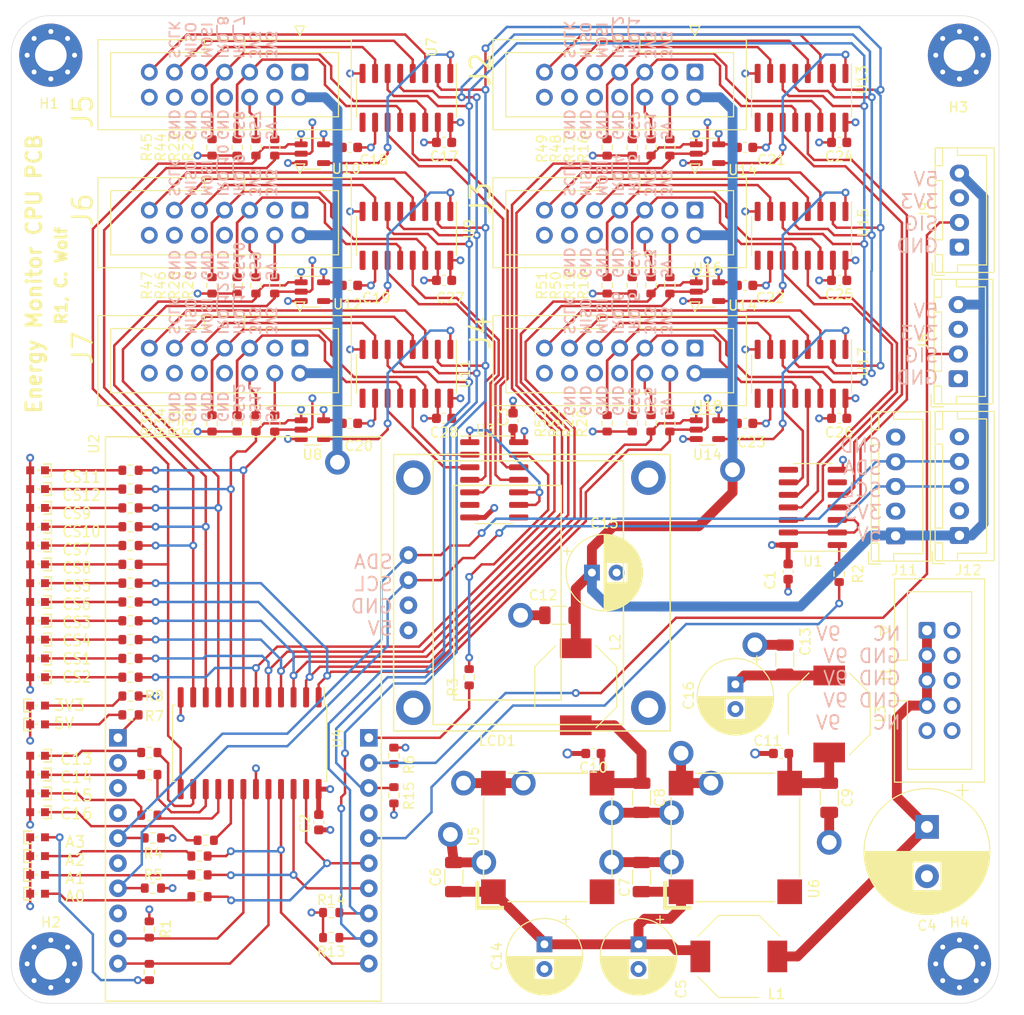
<source format=kicad_pcb>
(kicad_pcb (version 20221018) (generator pcbnew)
  (layers (0 "F.Cu" signal) (1 "In1.Cu" signal) (2 "In2.Cu" signal) (31 "B.Cu" signal) (34 "B.Paste" user) (35 "F.Paste" user) (36 "B.SilkS" user "B.Silkscreen") (37 "F.SilkS" user "F.Silkscreen") (38 "B.Mask" user) (39 "F.Mask" user) (44 "Edge.Cuts" user))
  (net 0 "")
  (net 1 "GND")
  (net 2 "+3.3V")
  (net 3 "Net-(U5-+VIn)")
  (net 4 "+9V")
  (net 5 "Net-(R2-Pad2)")
  (net 6 "Net-(U1-Pad13)")
  (net 7 "Net-(U5-+VOut)")
  (net 8 "Net-(U6-+VOut)")
  (net 9 "Net-(D1-A)")
  (net 10 "Net-(D2-A)")
  (net 11 "Net-(D3-A)")
  (net 12 "Net-(D4-A)")
  (net 13 "Net-(D5-A)")
  (net 14 "Net-(D6-A)")
  (net 15 "Net-(D7-K)")
  (net 16 "Net-(D8-K)")
  (net 17 "Net-(D9-K)")
  (net 18 "Net-(D10-K)")
  (net 19 "Net-(R3-Pad2)")
  (net 22 "+5V")
  (net 23 "/ESP1/1WIRE")
  (net 24 "/ESP1/~{CS_2}")
  (net 25 "/ESP1/~{CS_1}")
  (net 26 "/ESP1/SCLK")
  (net 27 "/ESP1/MISO")
  (net 28 "/ESP1/MOSI")
  (net 29 "/ESP1/IRQ_2")
  (net 30 "/ESP1/IRQ_1")
  (net 31 "/ESP1/IRQ_4")
  (net 32 "/ESP1/IRQ_3")
  (net 33 "/ESP1/~{CS_6}")
  (net 34 "/ESP1/~{CS_5}")
  (net 35 "/ESP1/IRQ_6")
  (net 36 "/ESP1/IRQ_5")
  (net 37 "/ESP1/~{CS_8}")
  (net 38 "/ESP1/~{CS_7}")
  (net 39 "/ESP1/IRQ_8")
  (net 40 "/ESP1/IRQ_7")
  (net 41 "/ESP1/~{CS_10}")
  (net 42 "/ESP1/~{CS_9}")
  (net 43 "/ESP1/IRQ_10")
  (net 44 "/ESP1/IRQ_9")
  (net 45 "/ESP1/IRQ_12")
  (net 46 "/ESP1/IRQ_11")
  (net 47 "Net-(U3-Pad1)")
  (net 48 "/ESP1/I2C_SCL")
  (net 49 "Net-(U2-GPIO33)")
  (net 50 "Net-(U2-GPIO39)")
  (net 51 "/ESP1/C13")
  (net 52 "/ESP1/C14")
  (net 53 "/ESP1/CS_EN")
  (net 54 "/ESP1/CS_A0")
  (net 55 "/ESP1/CS_A1")
  (net 56 "/ESP1/CS_A2")
  (net 57 "/ESP1/CS_A3")
  (net 58 "/ESP1/C15")
  (net 59 "/ESP1/C16")
  (net 60 "Net-(U13-O6b)")
  (net 61 "Net-(U13-O5b)")
  (net 62 "Net-(U17-O5b)")
  (net 63 "Net-(U17-O6b)")
  (net 64 "Net-(U15-O5b)")
  (net 65 "Net-(U15-O6b)")
  (net 71 "Net-(U7-O6b)")
  (net 72 "Net-(U7-O5b)")
  (net 73 "Net-(U11-O5b)")
  (net 74 "Net-(U11-O6b)")
  (net 75 "Net-(U9-O5b)")
  (net 76 "Net-(U9-O6b)")
  (net 79 "Net-(U7-OEa)")
  (net 81 "Net-(U9-OEa)")
  (net 83 "Net-(U11-OEa)")
  (net 85 "Net-(U13-OEa)")
  (net 87 "Net-(U15-OEa)")
  (net 89 "Net-(U17-OEa)")
  (net 91 "/ESP1/MOSI_1")
  (net 92 "/ESP1/MISO_1")
  (net 93 "/ESP1/SCLK_1")
  (net 94 "/ESP1/MOSI_2")
  (net 95 "/ESP1/MISO_2")
  (net 96 "/ESP1/SCLK_2")
  (net 97 "/ESP1/MOSI_3")
  (net 98 "/ESP1/MISO_3")
  (net 99 "/ESP1/SCLK_3")
  (net 100 "/ESP1/MOSI_4")
  (net 101 "/ESP1/MISO_4")
  (net 102 "/ESP1/SCLK_4")
  (net 103 "/ESP1/MOSI_5")
  (net 104 "/ESP1/MISO_5")
  (net 105 "/ESP1/SCLK_5")
  (net 106 "/ESP1/MOSI_6")
  (net 107 "/ESP1/MISO_6")
  (net 108 "/ESP1/SCLK_6")
  (net 109 "/ESP1/I2C_SDA")
  (net 110 "Net-(D11-K)")
  (net 111 "Net-(D12-K)")
  (net 112 "Net-(D13-K)")
  (net 113 "Net-(D14-K)")
  (net 114 "Net-(D15-K)")
  (net 115 "Net-(D16-K)")
  (net 116 "Net-(D17-K)")
  (net 117 "Net-(D18-K)")
  (net 118 "Net-(D19-K)")
  (net 119 "Net-(D20-K)")
  (net 120 "Net-(D21-K)")
  (net 121 "Net-(D22-K)")
  (net 122 "/ESP1/~{CS_4_R}")
  (net 123 "/ESP1/~{CS_3_R}")
  (net 124 "/ESP1/~{CS_11_R}")
  (net 125 "/ESP1/~{CS_12_R}")
  (net 126 "/ESP1/~{CS_5_R}")
  (net 127 "/ESP1/~{CS_6_R}")
  (net 128 "/ESP1/~{CS_9_R}")
  (net 129 "/ESP1/~{CS_10_R}")
  (net 130 "/ESP1/~{CS_4}")
  (net 131 "/ESP1/~{CS_3}")
  (net 132 "/ESP1/~{CS_7_R}")
  (net 133 "/ESP1/~{CS_8_R}")
  (net 134 "/ESP1/~{CS_11}")
  (net 135 "/ESP1/~{CS_12}")
  (net 136 "/ESP1/~{CS_1_R}")
  (net 137 "/ESP1/~{CS_2_R}")
  (footprint "Capacitor_SMD:C_0603_1608Metric" (layer "F.Cu") (at 118.653 96.284 -90)
    (fp_text reference "C1")
    (fp_text value "0.1 uF")
  )
  (footprint "Connector_IDC:IDC-Header_2x05_P2.54mm_Vertical" (layer "F.Cu") (at 132.71 102.23)
    (fp_text reference "J1")
    (fp_text value "Conn_02x05_Odd_Even")
  )
  (footprint "Package_SO:SOIC-24W_7.5x15.4mm_P1.27mm" (layer "F.Cu") (at 64.13 113.66 -90)
    (fp_text reference "U4")
    (fp_text value "74HC154")
  )
  (footprint "MountingHole:MountingHole_3.2mm_M3_Pad_Via" (layer "F.Cu") (at 44 44)
    (fp_text reference "H1")
    (fp_text value "MountingHole")
  )
  (footprint "MountingHole:MountingHole_3.2mm_M3_Pad_Via" (layer "F.Cu") (at 44 136)
    (fp_text reference "H2")
    (fp_text value "MountingHole")
  )
  (footprint "MountingHole:MountingHole_3.2mm_M3_Pad_Via" (layer "F.Cu") (at 136 44)
    (fp_text reference "H3")
    (fp_text value "MountingHole")
  )
  (footprint "MountingHole:MountingHole_3.2mm_M3_Pad_Via" (layer "F.Cu") (at 136 136)
    (fp_text reference "H4")
    (fp_text value "MountingHole")
  )
  (footprint "Resistor_SMD:R_0603_1608Metric" (layer "F.Cu") (at 86.355 106.98 90)
    (fp_text reference "R3")
    (fp_text value "330R")
  )
  (footprint "Resistor_SMD:R_0603_1608Metric" (layer "F.Cu") (at 53.97 132.52 -90)
    (fp_text reference "R1")
    (fp_text value "10K")
  )
  (footprint "Capacitor_SMD:C_1206_3216Metric" (layer "F.Cu") (at 84.81 127.2125 90)
    (fp_text reference "C6")
    (fp_text value "10 uF, 35V")
  )
  (footprint "Capacitor_SMD:C_1206_3216Metric" (layer "F.Cu") (at 103.81 127.2125 90)
    (fp_text reference "C7")
    (fp_text value "10 uF, 35V")
  )
  (footprint "Capacitor_SMD:C_1206_3216Metric" (layer "F.Cu") (at 103.81 119.1875 -90)
    (fp_text reference "C8")
    (fp_text value "22 uF")
  )
  (footprint "Capacitor_SMD:C_1206_3216Metric" (layer "F.Cu") (at 122.81 119.1875 -90)
    (fp_text reference "C9")
    (fp_text value "22 uF")
  )
  (footprint "Capacitor_SMD:C_0603_1608Metric" (layer "F.Cu") (at 98.935 114.7 180)
    (fp_text reference "C10")
    (fp_text value "0.1 uF")
  )
  (footprint "Capacitor_SMD:C_0603_1608Metric" (layer "F.Cu") (at 117.935 114.7 180)
    (fp_text reference "C11")
    (fp_text value "0.1 uF")
  )
  (footprint "custom:VXO78x-500-M" (layer "F.Cu") (at 113.31 123.2 90)
    (fp_text reference "U6")
    (fp_text value "VXO7803-500-M")
  )
  (footprint "Connector_IDC:IDC-Header_2x07_P2.54mm_Vertical" (layer "F.Cu") (at 109.215 59.685 -90)
    (fp_text reference "J3")
    (fp_text value "Conn_02x07_Odd_Even")
  )
  (footprint "Connector_IDC:IDC-Header_2x07_P2.54mm_Vertical" (layer "F.Cu") (at 109.215 73.655 -90)
    (fp_text reference "J4")
    (fp_text value "Conn_02x07_Odd_Even")
  )
  (footprint "Connector_IDC:IDC-Header_2x07_P2.54mm_Vertical" (layer "F.Cu") (at 69.21 73.655 -90)
    (fp_text reference "J7")
    (fp_text value "Conn_02x07_Odd_Even")
  )
  (footprint "Connector_IDC:IDC-Header_2x07_P2.54mm_Vertical" (layer "F.Cu") (at 69.21 59.685 -90)
    (fp_text reference "J6")
    (fp_text value "Conn_02x07_Odd_Even")
  )
  (footprint "Connector_IDC:IDC-Header_2x07_P2.54mm_Vertical" (layer "F.Cu") (at 69.21 45.715 -90)
    (fp_text reference "J5")
    (fp_text value "Conn_02x07_Odd_Even")
  )
  (footprint "Capacitor_THT:CP_Radial_D7.5mm_P2.50mm" (layer "F.Cu") (at 93.975 134.02 -90)
    (fp_text reference "C14")
    (fp_text value "CP1")
  )
  (footprint "Capacitor_THT:CP_Radial_D12.5mm_P5.00mm" (layer "F.Cu") (at 132.71 122.131041 -90)
    (fp_text reference "C4")
    (fp_text value "CP1")
  )
  (footprint "Capacitor_THT:CP_Radial_D7.5mm_P2.50mm" (layer "F.Cu") (at 103.5 134.02 -90)
    (fp_text reference "C5")
    (fp_text value "CP1")
  )
  (footprint "Inductor_SMD:L_Bourns-SRU8028_8.0x8.0mm" (layer "F.Cu") (at 113.66 135.25 180)
    (fp_text reference "L1")
    (fp_text value "47 uH")
  )
  (footprint "custom:VXO78x-500-M" (layer "F.Cu") (at 94.31 123.2 90)
    (fp_text reference "U5")
    (fp_text value "VXO7805-500-M")
  )
  (footprint "Capacitor_SMD:C_1206_3216Metric" (layer "F.Cu") (at 95.499 100.706 180)
    (fp_text reference "C12")
    (fp_text value "22 uF")
  )
  (footprint "Inductor_SMD:L_Bourns-SRU8028_8.0x8.0mm" (layer "F.Cu") (at 97.15 107.945 90)
    (fp_text reference "L2")
    (fp_text value "47 uH")
  )
  (footprint "Capacitor_THT:CP_Radial_D7.5mm_P2.50mm" (layer "F.Cu") (at 98.782606 96.388)
    (fp_text reference "C15")
    (fp_text value "CP1")
  )
  (footprint "Capacitor_THT:CP_Radial_D7.5mm_P2.50mm" (layer "F.Cu") (at 113.31 107.7 -90)
    (fp_text reference "C16")
    (fp_text value "CP1")
  )
  (footprint "Inductor_SMD:L_Bourns-SRU8028_8.0x8.0mm" (layer "F.Cu") (at 122.81 110.7 90)
    (fp_text reference "L3")
    (fp_text value "47 uH")
  )
  (footprint "Capacitor_SMD:C_1206_3216Metric" (layer "F.Cu") (at 118.31 105.2 90)
    (fp_text reference "C13")
    (fp_text value "22 uF")
  )
  (footprint "Connector_IDC:IDC-Header_2x07_P2.54mm_Vertical" (layer "F.Cu") (at 109.215 45.715 -90)
    (fp_text reference "J2")
    (fp_text value "Conn_02x07_Odd_Even")
  )
  (footprint "Capacitor_SMD:C_0603_1608Metric" (layer "F.Cu") (at 90.8 81.008 90)
    (fp_text reference "C3")
    (fp_text value "0.1 uF")
  )
  (footprint "Capacitor_SMD:C_0603_1608Metric" (layer "F.Cu") (at 71.13 121.66 -90)
    (fp_text reference "C2")
    (fp_text value "0.1 uF")
  )
  (footprint "Resistor_SMD:R_0603_1608Metric" (layer "F.Cu") (at 54.33125 123.25275 180)
    (fp_text reference "R4")
    (fp_text value "2.2K")
  )
  (footprint "Resistor_SMD:R_0603_1608Metric" (layer "F.Cu") (at 54.33125 128.33275 180)
    (fp_text reference "R5")
    (fp_text value "2.2K")
  )
  (footprint "Package_SO:SOIC-14_3.9x8.7mm_P1.27mm" (layer "F.Cu") (at 88.895 86.99)
    (fp_text reference "U3")
    (fp_text value "4072")
  )
  (footprint "custom:12864-DISP-I2C" (layer "F.Cu") (at 80.205 98.42 90)
    (fp_text reference "LCD1")
    (fp_text value "0.96\"-SSD1306-DISP-I2C")
  )
  (footprint "Energy Monitor - ESP32 PCB:ESP32-POE" (layer "F.Cu") (at 63.495 82.6325 180)
    (fp_text reference "U2")
    (fp_text value "ESP32-POE Module")
  )
  (footprint "Package_SO:SOIC-14_3.9x8.7mm_P1.27mm" (layer "F.Cu") (at 121.153 89.784 180)
    (fp_text reference "U1")
    (fp_text value "4072")
  )
  (footprint "Resistor_SMD:R_0603_1608Metric" (layer "F.Cu") (at 123.82 96.515 90)
    (fp_text reference "R2")
    (fp_text value "330R")
  )
  (footprint "Connector_JST:JST_XH_B4B-XH-A_1x04_P2.50mm_Vertical" (layer "F.Cu") (at 135.885 76.75 90)
    (fp_text reference "J8")
    (fp_text value "Conn_01x04")
  )
  (footprint "Connector_JST:JST_XH_B4B-XH-A_1x04_P2.50mm_Vertical" (layer "F.Cu") (at 135.995 63.435 90)
    (fp_text reference "J9")
    (fp_text value "Conn_01x04")
  )
  (footprint "Resistor_SMD:R_0603_1608Metric" (layer "F.Cu") (at 78.735 114.93 -90)
    (fp_text reference "R6")
    (fp_text value "10K")
  )
  (footprint "Connector_JST:JST_XH_B5B-XH-A_1x05_P2.50mm_Vertical" (layer "F.Cu") (at 129.535 92.665 90)
    (fp_text reference "J11")
    (fp_text value "Conn_01x05")
  )
  (footprint "Connector_JST:JST_XH_B5B-XH-A_1x05_P2.50mm_Vertical" (layer "F.Cu") (at 135.995 92.625 90)
    (fp_text reference "J12")
    (fp_text value "Conn_01x05")
  )
  (footprint "custom:CHIPLED_0603" (layer "F.Cu") (at 42.655 123.185 90)
    (fp_text reference "D6" hide)
    (fp_text value "LED" hide)
  )
  (footprint "Resistor_SMD:R_0603_1608Metric" (layer "F.Cu") (at 59.05 125.09 180)
    (fp_text reference "R28" hide)
    (fp_text value "1K")
  )
  (footprint "custom:CHIPLED_0603" (layer "F.Cu") (at 42.655 106.98 -90)
    (fp_text reference "D16" hide)
    (fp_text value "LED" hide)
  )
  (footprint "Package_SO:SOIC-16_3.9x9.9mm_P1.27mm" (layer "F.Cu") (at 120.01 62.29 -90)
    (fp_text reference "U15")
    (fp_text value "74LS367")
  )
  (footprint "custom:CHIPLED_0603" (layer "F.Cu") (at 42.655 97.455 -90)
    (fp_text reference "D11" hide)
    (fp_text value "LED" hide)
  )
  (footprint "Package_SO:SOIC-16_3.9x9.9mm_P1.27mm" (layer "F.Cu") (at 80.005 48.32 -90)
    (fp_text reference "U7")
    (fp_text value "74LS367")
  )
  (footprint "Package_TO_SOT_SMD:SOT-23-5" (layer "F.Cu") (at 110.485 53.97)
    (fp_text reference "U14")
    (fp_text value "74AHC1G08")
  )
  (footprint "Resistor_SMD:R_0603_1608Metric" (layer "F.Cu") (at 104.77 53.335 90)
    (fp_text reference "R17")
    (fp_text value "100R")
  )
  (footprint "Capacitor_SMD:C_0603_1608Metric" (layer "F.Cu") (at 74.29 67.305)
    (fp_text reference "C19")
    (fp_text value "0.1 uF")
  )
  (footprint "Resistor_SMD:R_0603_1608Metric" (layer "F.Cu") (at 59.05 126.995 180)
    (fp_text reference "R27" hide)
    (fp_text value "1K")
  )
  (footprint "Package_SO:SOIC-16_3.9x9.9mm_P1.27mm" (layer "F.Cu") (at 120.01 76.26 -90)
    (fp_text reference "U17")
    (fp_text value "74LS367")
  )
  (footprint "Resistor_SMD:R_0603_1608Metric" (layer "F.Cu") (at 53.97 120.95)
    (fp_text reference "R42" hide)
    (fp_text value "1K")
  )
  (footprint "Resistor_SMD:R_0603_1608Metric" (layer "F.Cu") (at 52.065 101.265)
    (fp_text reference "R11" hide)
    (fp_text value "1K")
  )
  (footprint "custom:CHIPLED_0603" (layer "F.Cu") (at 42.655 91.74 -90)
    (fp_text reference "D20" hide)
    (fp_text value "LED" hide)
  )
  (footprint "Resistor_SMD:R_0603_1608Metric" (layer "F.Cu") (at 64.765 81.275 90)
    (fp_text reference "R31")
    (fp_text value "100R")
  )
  (footprint "Resistor_SMD:R_0603_1608Metric" (layer "F.Cu") (at 100.325 81.275 -90)
    (fp_text reference "R53")
    (fp_text value "22K")
  )
  (footprint "Resistor_SMD:R_0603_1608Metric" (layer "F.Cu") (at 62.86 81.275 -90)
    (fp_text reference "R34")
    (fp_text value "22K")
  )
  (footprint "Resistor_SMD:R_0603_1608Metric" (layer "F.Cu") (at 102.865 67.305 -90)
    (fp_text reference "R50")
    (fp_text value "22K")
  )
  (footprint "custom:CHIPLED_0603" (layer "F.Cu") (at 42.655 89.835 -90)
    (fp_text reference "D19" hide)
    (fp_text value "LED" hide)
  )
  (footprint "Resistor_SMD:R_0603_1608Metric" (layer "F.Cu") (at 52.065 99.36)
    (fp_text reference "R10" hide)
    (fp_text value "1K")
  )
  (footprint "Capacitor_SMD:C_0603_1608Metric" (layer "F.Cu") (at 123.82 80.767 180)
    (fp_text reference "C26")
    (fp_text value "0.1 uF")
  )
  (footprint "Package_TO_SOT_SMD:SOT-23-5" (layer "F.Cu") (at 70.48 53.97)
    (fp_text reference "U10")
    (fp_text value "74AHC1G08")
  )
  (footprint "Package_SO:SOIC-16_3.9x9.9mm_P1.27mm" (layer "F.Cu") (at 80.005 76.26 -90)
    (fp_text reference "U11")
    (fp_text value "74LS367")
  )
  (footprint "custom:CHIPLED_0603" (layer "F.Cu") (at 42.655 118.74 -90)
    (fp_text reference "D9" hide)
    (fp_text value "LED" hide)
  )
  (footprint "Resistor_SMD:R_0603_1608Metric" (layer "F.Cu") (at 62.86 53.335 -90)
    (fp_text reference "R44")
    (fp_text value "22K")
  )
  (footprint "custom:CHIPLED_0603" (layer "F.Cu") (at 42.655 120.645 -90)
    (fp_text reference "D10" hide)
    (fp_text value "LED" hide)
  )
  (footprint "Resistor_SMD:R_0603_1608Metric" (layer "F.Cu") (at 102.865 53.335 -90)
    (fp_text reference "R48")
    (fp_text value "22K")
  )
  (footprint "Resistor_SMD:R_0603_1608Metric" (layer "F.Cu") (at 78.735 118.93 -90)
    (fp_text reference "R15")
    (fp_text value "10K")
  )
  (footprint "custom:CHIPLED_0603" (layer "F.Cu") (at 42.655 116.835 -90)
    (fp_text reference "D8" hide)
    (fp_text value "LED" hide)
  )
  (footprint "Resistor_SMD:R_0603_1608Metric" (layer "F.Cu") (at 52.065 95.55)
    (fp_text reference "R55" hide)
    (fp_text value "1K")
  )
  (footprint "Resistor_SMD:R_0603_1608Metric" (layer "F.Cu") (at 52.065 108.885 180)
    (fp_text reference "R8")
    (fp_text value "1K")
  )
  (footprint "Resistor_SMD:R_0603_1608Metric" (layer "F.Cu") (at 53.97 136.825 -90)
    (fp_text reference "R29" hide)
    (fp_text value "1K")
  )
  (footprint "Resistor_SMD:R_0603_1608Metric" (layer "F.Cu") (at 60.32 81.275 -90)
    (fp_text reference "R35")
    (fp_text value "22K")
  )
  (footprint "custom:CHIPLED_0603" (layer "F.Cu") (at 42.655 87.93 -90)
    (fp_text reference "D18" hide)
    (fp_text value "LED" hide)
  )
  (footprint "Resistor_SMD:R_0603_1608Metric" (layer "F.Cu") (at 100.325 67.305 -90)
    (fp_text reference "R51")
    (fp_text value "22K")
  )
  (footprint "custom:CHIPLED_0603" (layer "F.Cu") (at 42.655 125.09 90)
    (fp_text reference "D5" hide)
    (fp_text value "LED" hide)
  )
  (footprint "Capacitor_SMD:C_0603_1608Metric" (layer "F.Cu") (at 83.815 66.797 180)
    (fp_text reference "C27")
    (fp_text value "0.1 uF")
  )
  (footprint "Resistor_SMD:R_0603_1608Metric" (layer "F.Cu") (at 53.97 114.6)
    (fp_text reference "R40" hide)
    (fp_text value "1K")
  )
  (footprint "Resistor_SMD:R_0603_1608Metric" (layer "F.Cu") (at 59.685 123.49)
    (fp_text reference "R43" hide)
    (fp_text value "1K")
  )
  (footprint "Resistor_SMD:R_0603_1608Metric" (layer "F.Cu") (at 52.065 110.79 180)
    (fp_text reference "R7")
    (fp_text value "1K")
  )
  (footprint "custom:CHIPLED_0603" (layer "F.Cu") (at 42.655 126.995 90)
    (fp_text reference "D4" hide)
    (fp_text value "LED" hide)
  )
  (footprint "Resistor_SMD:R_0603_1608Metric" (layer "F.Cu") (at 104.77 81.275 90)
    (fp_text reference "R21")
    (fp_text value "100R")
  )
  (footprint "Capacitor_SMD:C_0603_1608Metric" (layer "F.Cu") (at 114.295 81.275)
    (fp_text reference "C23")
    (fp_text value "0.1 uF")
  )
  (footprint "Resistor_SMD:R_0603_1608Metric" (layer "F.Cu") (at 60.32 67.305 -90)
    (fp_text reference "R47")
    (fp_text value "22K")
  )
  (footprint "custom:CHIPLED_0603" (layer "F.Cu") (at 42.655 101.265 -90)
    (fp_text reference "D13" hide)
    (fp_text value "LED" hide)
  )
  (footprint "Package_SO:SOIC-16_3.9x9.9mm_P1.27mm" (layer "F.Cu") (at 80.005 62.29 -90)
    (fp_text reference "U9")
    (fp_text value "74LS367")
  )
  (footprint "Capacitor_SMD:C_0603_1608Metric" (layer "F.Cu") (at 74.29 81.275)
    (fp_text reference "C20")
    (fp_text value "0.1 uF")
  )
  (footprint "Resistor_SMD:R_0603_1608Metric" (layer "F.Cu") (at 52.065 106.98)
    (fp_text reference "R33" hide)
    (fp_text value "1K")
  )
  (footprint "Resistor_SMD:R_0603_1608Metric" (layer "F.Cu") (at 100.325 53.335 -90)
    (fp_text reference "R49")
    (fp_text value "22K")
  )
  (footprint "Resistor_SMD:R_0603_1608Metric" (layer "F.Cu") (at 106.675 53.335 90)
    (fp_text reference "R16")
    (fp_text value "100R")
  )
  (footprint "Resistor_SMD:R_0603_1608Metric" (layer "F.Cu") (at 52.065 89.835)
    (fp_text reference "R38" hide)
    (fp_text value "1K")
  )
  (footprint "Resistor_SMD:R_0603_1608Metric" (layer "F.Cu") (at 52.065 103.17)
    (fp_text reference "R12" hide)
    (fp_text value "1K")
  )
  (footprint "Capacitor_SMD:C_0603_1608Metric" (layer "F.Cu") (at 74.29 53.335)
    (fp_text reference "C18")
    (fp_text value "0.1 uF")
  )
  (footprint "Resistor_SMD:R_0603_1608Metric" (layer "F.Cu") (at 62.86 67.305 -90)
    (fp_text reference "R46")
    (fp_text value "22K")
  )
  (footprint "Resistor_SMD:R_0603_1608Metric" (layer "F.Cu") (at 52.065 105.075)
    (fp_text reference "R32" hide)
    (fp_text value "1K")
  )
  (footprint "Resistor_SMD:R_0603_1608Metric" (layer "F.Cu") (at 59.05 129.205 180)
    (fp_text reference "R26" hide)
    (fp_text value "1K")
  )
  (footprint "Resistor_SMD:R_0603_1608Metric" (layer "F.Cu") (at 66.67 53.335 90)
    (fp_text reference "R22")
    (fp_text value "100R")
  )
  (footprint "Resistor_SMD:R_0603_1608Metric" (layer "F.Cu") (at 52.065 93.645)
    (fp_text reference "R54" hide)
    (fp_text value "1K")
  )
  (footprint "Capacitor_SMD:C_0603_1608Metric" (layer "F.Cu") (at 83.815 80.767 180)
    (fp_text reference "C28")
    (fp_text value "0.1 uF")
  )
  (footprint "Resistor_SMD:R_0603_1608Metric" (layer "F.Cu") (at 52.065 91.74)
    (fp_text reference "R39" hide)
    (fp_text value "1K")
  )
  (footprint "Resistor_SMD:R_0603_1608Metric" (layer "F.Cu") (at 64.765 53.335 90)
    (fp_text reference "R23")
    (fp_text value "100R")
  )
  (footprint "Resistor_SMD:R_0603_1608Metric" (layer "F.Cu") (at 66.67 67.305 90)
    (fp_text reference "R24")
    (fp_text value "100R")
  )
  (footprint "Package_TO_SOT_SMD:SOT-23-5" (layer "F.Cu") (at 70.48 81.91)
    (fp_text reference "U8")
    (fp_text value "74AHC1G08")
  )
  (footprint "custom:CHIPLED_0603" (layer "F.Cu") (at 42.655 109.85 90)
    (fp_text reference "D2" hide)
    (fp_text value "LED" hide)
  )
  (footprint "Capacitor_SMD:C_0603_1608Metric" (layer "F.Cu") (at 114.295 67.305)
    (fp_text reference "C22")
    (fp_text value "0.1 uF")
  )
  (footprint "Resistor_SMD:R_0603_1608Metric" (layer "F.Cu") (at 52.065 97.455)
    (fp_text reference "R9" hide)
    (fp_text value "1K")
  )
  (footprint "Resistor_SMD:R_0603_1608Metric" (layer "F.Cu") (at 66.67 81.275 90)
    (fp_text reference "R30")
    (fp_text value "100R")
  )
  (footprint "Capacitor_SMD:C_0603_1608Metric" (layer "F.Cu") (at 83.815 52.827 180)
    (fp_text reference "C17")
    (fp_text value "0.1 uF")
  )
  (footprint "custom:CHIPLED_0603" (layer "F.Cu") (at 42.655 99.36 -90)
    (fp_text reference "D12" hide)
    (fp_text value "LED" hide)
  )
  (footprint "Resistor_SMD:R_0603_1608Metric" (layer "F.Cu") (at 60.32 53.335 -90)
    (fp_text reference "R45")
    (fp_text value "22K")
  )
  (footprint "Resistor_SMD:R_0603_1608Metric" (layer "F.Cu") (at 53.97 116.835)
    (fp_text reference "R41" hide)
    (fp_text value "1K")
  )
  (footprint "Package_TO_SOT_SMD:SOT-23-5" (layer "F.Cu") (at 70.48 67.94)
    (fp_text reference "U12")
    (fp_text value "74AHC1G08")
  )
  (footprint "custom:CHIPLED_0603" (layer "F.Cu") (at 42.655 111.755 90)
    (fp_text reference "D1" hide)
    (fp_text value "LED" hide)
  )
  (footprint "Resistor_SMD:R_0603_1608Metric" (layer "F.Cu") (at 106.675 81.275 90)
    (fp_text reference "R20")
    (fp_text value "100R")
  )
  (footprint "Resistor_SMD:R_0603_1608Metric" (layer "F.Cu") (at 106.675 67.305 90)
    (fp_text reference "R18")
    (fp_text value "100R")
  )
  (footprint "custom:CHIPLED_0603" (layer "F.Cu") (at 42.655 114.93 -90)
    (fp_text reference "D7" hide)
    (fp_text value "LED" hide)
  )
  (footprint "Package_TO_SOT_SMD:SOT-23-5" (layer "F.Cu") (at 110.485 81.91)
    (fp_text reference "U18")
    (fp_text value "74AHC1G08")
  )
  (footprint "custom:CHIPLED_0603" (layer "F.Cu") (at 42.655 103.17 -90)
    (fp_text reference "D14" hide)
    (fp_text value "LED" hide)
  )
  (footprint "custom:CHIPLED_0603" (layer "F.Cu") (at 42.655 105.075 -90)
    (fp_text reference "D15" hide)
    (fp_text value "LED" hide)
  )
  (footprint "Resistor_SMD:R_0603_1608Metric" (layer "F.Cu") (at 102.865 81.275 -90)
    (fp_text reference "R52")
    (fp_text value "22K")
  )
  (footprint "Resistor_SMD:R_0603_1608Metric" (layer "F.Cu") (at 52.065 87.93)
    (fp_text reference "R37" hide)
    (fp_text value "1K")
  )
  (footprint "Resistor_SMD:R_0603_1608Metric" (layer "F.Cu") (at 104.77 67.305 90)
    (fp_text reference "R19")
    (fp_text value "100R")
  )
  (footprint "custom:CHIPLED_0603" (layer "F.Cu") (at 42.655 86.025 -90)
    (fp_text reference "D17" hide)
    (fp_text value "LED" hide)
  )
  (footprint "Capacitor_SMD:C_0603_1608Metric" (layer "F.Cu") (at 114.295 53.335)
    (fp_text reference "C21")
    (fp_text value "0.1 uF")
  )
  (footprint "custom:CHIPLED_0603" (layer "F.Cu") (at 42.655 93.645 -90)
    (fp_text reference "D21" hide)
    (fp_text value "LED" hide)
  )
  (footprint "Resistor_SMD:R_0603_1608Metric" (layer "F.Cu") (at 72.385 133.345 180)
    (fp_text reference "R13")
    (fp_text value "10K")
  )
  (footprint "Resistor_SMD:R_0603_1608Metric" (layer "F.Cu") (at 72.385 130.805 180)
    (fp_text reference "R14")
    (fp_text value "10K")
  )
  (footprint "Package_SO:SOIC-16_3.9x9.9mm_P1.27mm" (layer "F.Cu") (at 120.01 48.32 -90)
    (fp_text reference "U13")
    (fp_text value "74LS367")
  )
  (footprint "custom:CHIPLED_0603" (layer "F.Cu") (at 42.655 95.55 -90)
    (fp_text reference "D22" hide)
    (fp_text value "LED" hide)
  )
  (footprint "custom:CHIPLED_0603" (layer "F.Cu") (at 42.655 128.9 90)
    (fp_text reference "D3" hide)
    (fp_text value "LED" hide)
  )
  (footprint "Resistor_SMD:R_0603_1608Metric" (layer "F.Cu") (at 64.765 67.305 90)
    (fp_text reference "R25")
    (fp_text value "100R")
  )
  (footprint "Resistor_SMD:R_0603_1608Metric" (layer "F.Cu") (at 52.065 86.025)
    (fp_text reference "R36" hide)
    (fp_text value "1K")
  )
  (footprint "Capacitor_SMD:C_0603_1608Metric" (layer "F.Cu") (at 123.82 52.827 180)
    (fp_text reference "C24")
    (fp_text value "0.1 uF")
  )
  (footprint "Capacitor_SMD:C_0603_1608Metric" (layer "F.Cu") (at 123.82 66.797 180)
    (fp_text reference "C25")
    (fp_text value "0.1 uF")
  )
  (footprint "Package_TO_SOT_SMD:SOT-23-5" (layer "F.Cu") (at 110.485 67.94)
    (fp_text reference "U16")
    (fp_text value "74AHC1G08")
  )
  (gr_line (start 136.19 40) (end 43.81 40) (stroke (width 0.05)) (layer "Edge.Cuts"))
  (gr_line (start 140 136.19) (end 140 43.81) (stroke (width 0.05)) (layer "Edge.Cuts"))
  (gr_arc (start 136.19 40) (mid 138.884077 41.115923) (end 140 43.81) (stroke (width 0.05)) (layer "Edge.Cuts"))
  (gr_arc (start 40 43.81) (mid 41.115923 41.115923) (end 43.81 40) (stroke (width 0.05)) (layer "Edge.Cuts"))
  (gr_line (start 43.81 140) (end 136.19 140) (stroke (width 0.05)) (layer "Edge.Cuts"))
  (gr_arc (start 140 136.19) (mid 138.884077 138.884077) (end 136.19 140) (stroke (width 0.05)) (layer "Edge.Cuts"))
  (gr_line (start 40 43.81) (end 40 136.19) (stroke (width 0.05)) (layer "Edge.Cuts"))
  (gr_arc (start 43.81 140) (mid 41.115923 138.884077) (end 40 136.19) (stroke (width 0.05)) (layer "Edge.Cuts"))
  (gr_text "5V\n3V3\nSIG\nGND" (at 133.98 64.13) (layer "B.SilkS") (effects (font (size 1.397 1.397) (thickness 0.1778)) (justify left bottom mirror)))
  (gr_text "GND\nSDA\nSCL\n3V3\n5V" (at 128.265 93.34) (layer "B.SilkS") (effects (font (size 1.397 1.397) (thickness 0.1778)) (justify left bottom mirror)))
  (gr_text "3V3\n3V3\nIRQ_1\nIRQ_2\nMOSI\nMISO\nSCLK" (at 95.88 44.445 270) (layer "B.SilkS") (effects (font (size 1.016 1.016) (thickness 0.1778)) (justify left bottom mirror)))
  (gr_text "3V3\n3V3\nIRQ_11\nIRQ_12\nMOSI\nMISO\nSCLK" (at 55.875 72.385 270) (layer "B.SilkS") (effects (font (size 1.016 1.016) (thickness 0.1778)) (justify left bottom mirror)))
  (gr_text "5V\nCS3\nCS4\nGND\nGND\nGND\nGND" (at 95.88 66.67 270) (layer "B.SilkS") (effects (font (size 1.016 1.016) (thickness 0.1778)) (justify left bottom mirror)))
  (gr_text "5V\nCS11\nCS12\nGND\nGND\nGND\nGND" (at 55.875 81.275 270) (layer "B.SilkS") (effects (font (size 1.016 1.016) (thickness 0.1778)) (justify left bottom mirror)))
  (gr_text "3V3\n3V3\nIRQ_9\nIRQ_10\nMOSI\nMISO\nSCLK" (at 55.875 58.415 270) (layer "B.SilkS") (effects (font (size 1.016 1.016) (thickness 0.1778)) (justify left bottom mirror)))
  (gr_text "3V3\n3V3\nIRQ_7\nIRQ_8\nMOSI\nMISO\nSCLK" (at 55.875 44.445 270) (layer "B.SilkS") (effects (font (size 1.016 1.016) (thickness 0.1778)) (justify left bottom mirror)))
  (gr_text "5V\nCS9\nCS10\nGND\nGND\nGND\nGND" (at 55.875 66.924 270) (layer "B.SilkS") (effects (font (size 1.016 1.016) (thickness 0.1778)) (justify left bottom mirror)))
  (gr_text "3V3\n3V3\nIRQ_3\nIRQ_4\nMOSI\nMISO\nSCLK" (at 95.88 58.415 270) (layer "B.SilkS") (effects (font (size 1.016 1.016) (thickness 0.1778)) (justify left bottom mirror)))
  (gr_text "5V\nCS5\nCS6\nGND\nGND\nGND\nGND" (at 95.88 80.64 270) (layer "B.SilkS") (effects (font (size 1.016 1.016) (thickness 0.1778)) (justify left bottom mirror)))
  (gr_text "SDA\nSCL\nGND\n5V" (at 78.735 102.865) (layer "B.SilkS") (effects (font (size 1.397 1.397) (thickness 0.1778)) (justify left bottom mirror)))
  (gr_text "5V\nCS1\nCS2\nGND\nGND\nGND\nGND" (at 95.88 52.7 270) (layer "B.SilkS") (effects (font (size 1.016 1.016) (thickness 0.1778)) (justify left bottom mirror)))
  (gr_text "3V3\n3V3\nIRQ_5\nIRQ_6\nMOSI\nMISO\nSCLK" (at 95.88 72.385 270) (layer "B.SilkS") (effects (font (size 1.016 1.016) (thickness 0.1778)) (justify left bottom mirror)))
  (gr_text "NC   9V\nGND 9V\nGND 9V\nGND 9V\nNC   9V\n" (at 130.17 112.39) (layer "B.SilkS") (effects (font (size 1.397 1.397) (thickness 0.1778)) (justify left bottom mirror)))
  (gr_text "5V\n3V3\nSIG\nGND" (at 133.98 77.465) (layer "B.SilkS") (effects (font (size 1.397 1.397) (thickness 0.1778)) (justify left bottom mirror)))
  (gr_text "5V\nCS7\nCS8\nGND\nGND\nGND\nGND" (at 55.875 52.7 270) (layer "B.SilkS") (effects (font (size 1.016 1.016) (thickness 0.1778)) (justify left bottom mirror)))
  (gr_text "R1, C. Wolf" (at 45.715 71.42 90) (layer "F.SilkS") (effects (font (size 1.143 1.143) (thickness 0.28575) bold) (justify left bottom)))
  (gr_text "U14" (at 114.041 69.337) (layer "F.SilkS") (effects (font (size 1 1))))
  (gr_text "CS11\nCS12\nCS9\nCS10\nCS7\nCS8\nCS5\nCS6\nCS3\nCS4\nCS1\nCS2" (at 45.08 107.615) (layer "F.SilkS") (effects (font (size 1.143 1)) (justify left bottom)))
  (gr_text "A3\nA2\nA1\nA0" (at 45.334 129.84) (layer "F.SilkS") (effects (font (size 1.143 1.143)) (justify left bottom)))
  (gr_text "3V3\n5V" (at 44.191 112.314) (layer "F.SilkS") (effects (font (size 1.143 1.143)) (justify left bottom)))
  (gr_text "C13\nC14\nC15\nC16" (at 44.826 121.458) (layer "F.SilkS") (effects (font (size 1.143 1.143)) (justify left bottom)))
  (gr_text "U14" (at 110.485 84.45) (layer "F.SilkS") (effects (font (size 1 1))))
  (gr_text "Energy Monitor CPU PCB" (at 43.175 80.437 90) (layer "F.SilkS") (effects (font (size 1.5 1.5) (thickness 0.3) bold) (justify left bottom)))
  (segment (start 115.81 114.7) (end 115.81 114.7) (width 0.5) (layer "F.Cu") (net 1))
  (segment (start 98.06 114.7) (end 96.31 114.7) (width 0.5) (layer "F.Cu") (net 1))
  (segment (start 118.31 103.7) (end 115.285 103.7) (width 1) (layer "F.Cu") (net 1))
  (segment (start 90.8 80.133) (end 90.8 78.968) (width 0.5) (layer "F.Cu") (net 1))
  (segment (start 118.653 97.159) (end 118.653 98.324) (width 0.5) (layer "F.Cu") (net 1))
  (segment (start 123.185 78.735) (end 123.185 80.627) (width 0.25) (layer "F.Cu") (net 1))
  (segment (start 62.86 68.13) (end 58.86 68.13) (width 0.25) (layer "F.Cu") (net 1))
  (segment (start 64.765 118.31) (end 64.765 116.2) (width 0.25) (layer "F.Cu") (net 1))
  (segment (start 115.565 45.845) (end 114.308 45.845) (width 0.25) (layer "F.Cu") (net 1))
  (segment (start 116.835 64.765) (end 116.835 66.8815) (width 0.25) (layer "F.Cu") (net 1))
  (segment (start 116.835 50.795) (end 116.835 52.9115) (width 0.25) (layer "F.Cu") (net 1))
  (segment (start 71.13 122.435) (end 72.295 122.435) (width 0.5) (layer "F.Cu") (net 1))
  (segment (start 83.18 64.765) (end 83.18 66.657) (width 0.25) (layer "F.Cu") (net 1))
  (segment (start 84.81 125.725) (end 87.835 125.725) (width 1) (layer "F.Cu") (net 1))
  (segment (start 102.865 54.16) (end 98.865 54.16) (width 0.25) (layer "F.Cu") (net 1))
  (segment (start 69.3425 54.92) (end 68.012 54.92) (width 0.25) (layer "F.Cu") (net 1))
  (segment (start 76.83 52.9115) (end 76.401 53.3405) (width 0.25) (layer "F.Cu") (net 1))
  (segment (start 117.06 114.7) (end 115.31 114.7) (width 0.5) (layer "F.Cu") (net 1))
  (segment (start 69.3425 82.86) (end 68.012 82.86) (width 0.25) (layer "F.Cu") (net 1))
  (segment (start 71.56 130.805) (end 70.395 130.805) (width 0.25) (layer "F.Cu") (net 1))
  (segment (start 62.86 54.16) (end 58.86 54.16) (width 0.25) (layer "F.Cu") (net 1))
  (segment (start 75.065 67.305) (end 76.3955 67.305) (width 0.25) (layer "F.Cu") (net 1))
  (segment (start 123.185 66.657) (end 123.045 66.797) (width 0.25) (layer "F.Cu") (net 1))
  (segment (start 123.045 80.767) (end 121.788 80.767) (width 0.25) (layer "F.Cu") (net 1))
  (segment (start 103.81 125.7) (end 100.785 125.7) (width 1) (layer "F.Cu") (net 1))
  (segment (start 123.185 64.765) (end 123.185 66.657) (width 0.25) (layer "F.Cu") (net 1))
  (segment (start 116.835 66.8815) (end 116.406 67.3105) (width 0.25) (layer "F.Cu") (net 1))
  (segment (start 91.562 100.706) (end 94.024 100.706) (width 1) (layer "F.Cu") (net 1))
  (segment (start 123.185 50.795) (end 123.185 52.687) (width 0.25) (layer "F.Cu") (net 1))
  (segment (start 41.905 123.185) (end 41.905 128.9) (width 0.25) (layer "F.Cu") (net 1))
  (segment (start 102.865 82.1) (end 98.865 82.1) (width 0.25) (layer "F.Cu") (net 1))
  (segment (start 76.83 66.8815) (end 76.401 67.3105) (width 0.25) (layer "F.Cu") (net 1))
  (segment (start 115.565 59.815) (end 114.308 59.815) (width 0.25) (layer "F.Cu") (net 1))
  (segment (start 75.065 53.335) (end 76.3955 53.335) (width 0.25) (layer "F.Cu") (net 1))
  (segment (start 115.565 73.785) (end 114.308 73.785) (width 0.25) (layer "F.Cu") (net 1))
  (segment (start 123.045 66.797) (end 121.788 66.797) (width 0.25) (layer "F.Cu") (net 1))
  (segment (start 41.905 128.9) (end 41.905 130.17) (width 0.25) (layer "F.Cu") (net 1))
  (segment (start 75.56 45.845) (end 74.303 45.845) (width 0.25) (layer "F.Cu") (net 1))
  (segment (start 88.895 89.835) (end 87.93 90.8) (width 0.5) (layer "F.Cu") (net 1))
  (segment (start 109.3475 68.89) (end 108.017 68.89) (width 0.25) (layer "F.Cu") (net 1))
  (segment (start 78.735 119.755) (end 78.735 120.92) (width 0.25) (layer "F.Cu") (net 1))
  (segment (start 83.18 80.627) (end 83.04 80.767) (width 0.25) (layer "F.Cu") (net 1))
  (segment (start 83.18 78.735) (end 83.18 80.627) (width 0.25) (layer "F.Cu") (net 1))
  (segment (start 83.18 50.795) (end 83.18 52.687) (width 0.25) (layer "F.Cu") (net 1))
  (segment (start 84.81 125.7) (end 84.45 122.9) (width 1) (layer "F.Cu") (net 1))
  (segment (start 103.81 120.7) (end 100.785 120.7) (width 1) (layer "F.Cu") (net 1))
  (segment (start 107.81 117.7) (end 107.81 114.675) (width 1) (layer "F.Cu") (net 1))
  (segment (start 83.04 66.797) (end 81.783 66.797) (width 0.25) (layer "F.Cu") (net 1))
  (segment (start 115.07 67.305) (end 116.4005 67.305) (width 0.25) (layer "F.Cu") (net 1))
  (segment (start 75.56 59.815) (end 74.303 59.815) (width 0.25) (layer "F.Cu") (net 1))
  (segment (start 123.045 52.827) (end 121.788 52.827) (width 0.25) (layer "F.Cu") (net 1))
  (segment (start 109.3475 82.86) (end 108.017 82.86) (width 0.25) (layer "F.Cu") (net 1))
  (segment (start 57.145 109.01) (end 57.145 111.12) (width 0.25) (layer "F.Cu") (net 1))
  (segment (start 83.04 52.827) (end 81.783 52.827) (width 0.25) (layer "F.Cu") (net 1))
  (segment (start 123.185 52.687) (end 123.045 52.827) (width 0.25) (layer "F.Cu") (net 1))
  (segment (start 88.81 117.7) (end 85.785 117.7) (width 1) (layer "F.Cu") (net 1))
  (segment (start 116.835 78.735) (end 116.835 80.8515) (width 0.25) (layer "F.Cu") (net 1))
  (segment (start 102.865 68.13) (end 98.865 68.13) (width 0.25) (layer "F.Cu") (net 1))
  (segment (start 88.81 117.7) (end 91.835 117.7) (width 1) (layer "F.Cu") (net 1))
  (segment (start 83.18 52.687) (end 83.04 52.827) (width 0.25) (layer "F.Cu") (net 1))
  (segment (start 69.3425 68.89) (end 68.012 68.89) (width 0.25) (layer "F.Cu") (net 1))
  (segment (start 103.81 120.7) (end 106.835 120.7) (width 1) (layer "F.Cu") (net 1))
  (segment (start 71.56 130.805) (end 71.56 133.345) (width 0.25) (layer "F.Cu") (net 1))
  (segment (start 76.83 50.795) (end 76.83 52.9115) (width 0.25) (layer "F.Cu") (net 1))
  (segment (start 124.201 85.974) (end 124.201 84.958) (width 0.25) (layer "F.Cu") (net 1))
  (segment (start 122.81 120.675) (end 122.81 123.7) (width 1) (layer "F.Cu") (net 1))
  (segment (start 115.07 53.335) (end 116.4005 53.335) (width 0.25) (layer "F.Cu") (net 1))
  (segment (start 83.04 80.767) (end 81.783 80.767) (width 0.25) (layer "F.Cu") (net 1))
  (segment (start 103.81 125.7) (end 106.835 125.7) (width 1) (layer "F.Cu") (net 1))
  (segment (start 107.81 117.7) (end 110.835 117.7) (width 1) (layer "F.Cu") (net 1))
  (segment (start 75.065 81.275) (end 76.3955 81.275) (width 0.25) (layer "F.Cu") (net 1))
  (segment (start 76.83 64.765) (end 76.83 66.8815) (width 0.25) (layer "F.Cu") (net 1))
  (segment (start 116.835 80.8515) (end 116.406 81.2805) (width 0.25) (layer "F.Cu") (net 1))
  (segment (start 62.86 82.1) (end 58.86 82.1) (width 0.25) (layer "F.Cu") (net 1))
  (segment (start 76.83 80.8515) (end 76.401 81.2805) (width 0.25) (layer "F.Cu") (net 1))
  (segment (start 83.18 66.657) (end 83.04 66.797) (width 0.25) (layer "F.Cu") (net 1))
  (segment (start 87.93 90.8) (end 86.42 90.8) (width 0.5) (layer "F.Cu") (net 1))
  (segment (start 75.56 73.785) (end 74.303 73.785) (width 0.25) (layer "F.Cu") (net 1))
  (segment (start 116.835 52.9115) (end 116.406 53.3405) (width 0.25) (layer "F.Cu") (net 1))
  (segment (start 76.83 78.735) (end 76.83 80.8515) (width 0.25) (layer "F.Cu") (net 1))
  (segment (start 109.3475 54.92) (end 108.017 54.92) (width 0.25) (layer "F.Cu") (net 1))
  (segment (start 123.185 80.627) (end 123.045 80.767) (width 0.25) (layer "F.Cu") (net 1))
  (segment (start 115.07 81.275) (end 116.4005 81.275) (width 0.25) (layer "F.Cu") (net 1))
  (segment (start 41.905 113.406) (end 41.905 109.85) (width 0.25) (layer "F.Cu") (net 1))
  (via (at 122.81 123.7) (size 2.5) (drill 1.5) (layers "F.Cu" "B.Cu") (net 1))
  (via (at 84.45 122.9) (size 2.5) (drill 1.5) (layers "F.Cu" "B.Cu") (net 1))
  (via (at 96.31 114.7) (size 1) (drill 0.6) (layers "F.Cu" "B.Cu") (net 1))
  (via (at 115.285 103.7) (size 2.5) (drill 1.5) (layers "F.Cu" "B.Cu") (net 1))
  (via (at 90.8 78.968) (size 0.8) (drill 0.4) (layers "F.Cu" "B.Cu") (net 1))
  (via (at 118.653 98.324) (size 0.8) (drill 0.4) (layers "F.Cu" "B.Cu") (net 1))
  (via (at 116.406 81.2805) (size 0.8) (drill 0.4) (layers "F.Cu" "B.Cu") (net 1))
  (via (at 108.0115 68.8845) (size 0.8) (drill 0.4) (layers "F.Cu" "B.Cu") (net 1))
  (via (at 81.783 52.827) (size 0.8) (drill 0.4) (layers "F.Cu" "B.Cu") (net 1))
  (via (at 114.308 59.815) (size 0.8) (drill 0.4) (layers "F.Cu" "B.Cu") (net 1))
  (via (at 64.765 116.2) (size 0.8) (drill 0.4) (layers "F.Cu" "B.Cu") (net 1))
  (via (at 74.303 45.845) (size 0.8) (drill 0.4) (layers "F.Cu" "B.Cu") (net 1))
  (via (at 78.735 120.92) (size 0.8) (drill 0.4) (layers "F.Cu" "B.Cu") (net 1))
  (via (at 115.31 114.7) (size 1) (drill 0.6) (layers "F.Cu" "B.Cu") (net 1))
  (via (at 58.86 68.13) (size 0.8) (drill 0.4) (layers "F.Cu" "B.Cu") (net 1))
  (via (at 124.201 84.958) (size 0.8) (drill 0.4) (layers "F.Cu" "B.Cu") (net 1))
  (via (at 91.562 100.706) (size 2.5) (drill 1.5) (layers "F.Cu" "B.Cu") (net 1))
  (via (at 70.395 130.805) (size 0.8) (drill 0.4) (layers "F.Cu" "B.Cu") (net 1))
  (via (at 88.895 89.835) (size 0.8) (drill 0.4) (layers "F.Cu" "B.Cu") (net 1))
  (via (at 57.145 111.12) (size 0.8) (drill 0.4) (layers "F.Cu" "B.Cu") (net 1))
  (via (at 108.0115 82.8545) (size 0.8) (drill 0.4) (layers "F.Cu" "B.Cu") (net 1))
  (via (at 74.303 59.815) (size 0.8) (drill 0.4) (layers "F.Cu" "B.Cu") (net 1))
  (via (at 98.865 68.13) (size 0.8) (drill 0.4) (layers "F.Cu" "B.Cu") (net 1))
  (via (at 87.835 125.725) (size 2.5) (drill 1.5) (layers "F.Cu" "B.Cu") (net 1))
  (via (at 98.865 54.16) (size 0.8) (drill 0.4) (layers "F.Cu" "B.Cu") (net 1))
  (via (at 106.835 125.7) (size 2.5) (drill 1.5) (layers "F.Cu" "B.Cu") (net 1))
  (via (at 76.401 53.3405) (size 0.8) (drill 0.4) (layers "F.Cu" "B.Cu") (net 1))
  (via (at 107.81 114.675) (size 2.5) (drill 1.5) (layers "F.Cu" "B.Cu") (net 1))
  (via (at 58.86 82.1) (size 0.8) (drill 0.4) (layers "F.Cu" "B.Cu") (net 1))
  (via (at 81.783 66.797) (size 0.8) (drill 0.4) (layers "F.Cu" "B.Cu") (net 1))
  (via (at 68.0065 82.8545) (size 0.8) (drill 0.4) (layers "F.Cu" "B.Cu") (net 1))
  (via (at 116.406 53.3405) (size 0.8) (drill 0.4) (layers "F.Cu" "B.Cu") (net 1))
  (via (at 41.905 113.406) (size 0.8) (drill 0.4) (layers "F.Cu" "B.Cu") (net 1))
  (via (at 68.0065 54.9145) (size 0.8) (drill 0.4) (layers "F.Cu" "B.Cu") (net 1))
  (via (at 114.308 73.785) (size 0.8) (drill 0.4) (layers "F.Cu" "B.Cu") (net 1))
  (via (at 76.401 81.2805) (size 0.8) (drill 0.4) (layers "F.Cu" "B.Cu") (net 1))
  (via (at 121.788 80.767) (size 0.8) (drill 0.4) (layers "F.Cu" "B.Cu") (net 1))
  (via (at 121.788 66.797) (size 0.8) (drill 0.4) (layers "F.Cu" "B.Cu") (net 1))
  (via (at 116.406 67.3105) (size 0.8) (drill 0.4) (layers "F.Cu" "B.Cu") (net 1))
  (via (at 100.785 120.7) (size 2.5) (drill 1.5) (layers "F.Cu" "B.Cu") (net 1))
  (via (at 110.835 117.7) (size 2.5) (drill 1.5) (layers "F.Cu" "B.Cu") (net 1))
  (via (at 72.295 122.435) (size 0.8) (drill 0.4) (layers "F.Cu" "B.Cu") (net 1))
  (via (at 74.303 73.785) (size 0.8) (drill 0.4) (layers "F.Cu" "B.Cu") (net 1))
  (via (at 81.783 80.767) (size 0.8) (drill 0.4) (layers "F.Cu" "B.Cu") (net 1))
  (via (at 85.785 117.7) (size 2.5) (drill 1.5) (layers "F.Cu" "B.Cu") (net 1))
  (via (at 114.308 45.845) (size 0.8) (drill 0.4) (layers "F.Cu" "B.Cu") (net 1))
  (via (at 68.0065 68.8845) (size 0.8) (drill 0.4) (layers "F.Cu" "B.Cu") (net 1))
  (via (at 76.401 67.3105) (size 0.8) (drill 0.4) (layers "F.Cu" "B.Cu") (net 1))
  (via (at 41.905 130.17) (size 0.8) (drill 0.4) (layers "F.Cu" "B.Cu") (net 1))
  (via (at 121.788 52.827) (size 0.8) (drill 0.4) (layers "F.Cu" "B.Cu") (net 1))
  (via (at 106.835 120.7) (size 2.5) (drill 1.5) (layers "F.Cu" "B.Cu") (net 1))
  (via (at 100.785 125.7) (size 2.5) (drill 1.5) (layers "F.Cu" "B.Cu") (net 1))
  (via (at 58.86 54.16) (size 0.8) (drill 0.4) (layers "F.Cu" "B.Cu") (net 1))
  (via (at 98.865 82.1) (size 0.8) (drill 0.4) (layers "F.Cu" "B.Cu") (net 1))
  (via (at 108.0115 54.9145) (size 0.8) (drill 0.4) (layers "F.Cu" "B.Cu") (net 1))
  (via (at 91.835 117.7) (size 2.5) (drill 1.5) (layers "F.Cu" "B.Cu") (net 1))
  (segment (start 53.97 131.645) (end 53.97 130.48) (width 0.25) (layer "F.Cu") (net 2))
  (segment (start 73.48 53.02) (end 73.655 53.195) (width 0.25) (layer "F.Cu") (net 2))
  (segment (start 71.115 118.31) (end 71.115 120.77) (width 0.5) (layer "F.Cu") (net 2))
  (segment (start 111.6225 65.908) (end 111.6225 66.99) (width 0.25) (layer "F.Cu") (net 2))
  (segment (start 73.48 80.96) (end 73.655 81.135) (width 0.25) (layer "F.Cu") (net 2))
  (segment (start 111.6225 53.02) (end 113.485 53.02) (width 0.25) (layer "F.Cu") (net 2))
  (segment (start 111.6225 51.938) (end 111.6225 53.02) (width 0.25) (layer "F.Cu") (net 2))
  (segment (start 55.15625 123.25275) (end 56.32125 123.25275) (width 0.25) (layer "F.Cu") (net 2))
  (segment (start 84.45 78.735) (end 85.466 78.735) (width 0.25) (layer "F.Cu") (net 2))
  (segment (start 118.653 95.409) (end 118.653 93.619) (width 0.5) (layer "F.Cu") (net 2))
  (segment (start 41.905 120.645) (end 41.905 114.93) (width 0.25) (layer "F.Cu") (net 2))
  (segment (start 71.6175 51.938) (end 71.6175 53.02) (width 0.25) (layer "F.Cu") (net 2))
  (segment (start 114.21 106.8) (end 122.81 106.8) (width 1) (layer "F.Cu") (net 2))
  (segment (start 84.45 64.765) (end 84.45 66.657) (width 0.25) (layer "F.Cu") (net 2))
  (segment (start 71.6175 66.99) (end 73.48 66.99) (width 0.25) (layer "F.Cu") (net 2))
  (segment (start 124.455 78.735) (end 125.471 78.735) (width 0.25) (layer "F.Cu") (net 2))
  (segment (start 84.45 52.687) (end 84.59 52.827) (width 0.25) (layer "F.Cu") (net 2))
  (segment (start 113.485 66.99) (end 113.66 67.165) (width 0.25) (layer "F.Cu") (net 2))
  (segment (start 71.6175 79.878) (end 71.6175 80.96) (width 0.25) (layer "F.Cu") (net 2))
  (segment (start 73.48 66.99) (end 73.655 67.165) (width 0.25) (layer "F.Cu") (net 2))
  (segment (start 84.45 80.627) (end 84.59 80.767) (width 0.25) (layer "F.Cu") (net 2))
  (segment (start 111.6225 80.96) (end 113.485 80.96) (width 0.25) (layer "F.Cu") (net 2))
  (segment (start 90.8 83.18) (end 91.37 83.18) (width 0.5) (layer "F.Cu") (net 2))
  (segment (start 124.455 64.765) (end 124.455 66.657) (width 0.25) (layer "F.Cu") (net 2))
  (segment (start 118.653 93.619) (end 118.678 93.594) (width 0.5) (layer "F.Cu") (net 2))
  (segment (start 55.15625 128.33275) (end 56.32125 128.33275) (width 0.25) (layer "F.Cu") (net 2))
  (segment (start 41.905 120.645) (end 41.905 121.915) (width 0.25) (layer "F.Cu") (net 2))
  (segment (start 90.8 81.783) (end 90.8 83.18) (width 0.5) (layer "F.Cu") (net 2))
  (segment (start 71.6175 65.908) (end 71.6175 66.99) (width 0.25) (layer "F.Cu") (net 2))
  (segment (start 84.45 50.795) (end 84.45 52.687) (width 0.25) (layer "F.Cu") (net 2))
  (segment (start 113.485 53.02) (end 113.66 53.195) (width 0.25) (layer "F.Cu") (net 2))
  (segment (start 41.905 86.025) (end 41.905 106.98) (width 0.25) (layer "F.Cu") (net 2))
  (segment (start 118.678 93.594) (end 117.013 93.594) (width 0.5) (layer "F.Cu") (net 2))
  (segment (start 124.455 50.795) (end 124.455 52.687) (width 0.25) (layer "F.Cu") (net 2))
  (segment (start 71.115 118.31) (end 72.28 118.31) (width 0.5) (layer "F.Cu") (net 2))
  (segment (start 113.31 107.7) (end 114.21 106.8) (width 1) (layer "F.Cu") (net 2))
  (segment (start 124.455 64.765) (end 125.471 64.765) (width 0.25) (layer "F.Cu") (net 2))
  (segment (start 71.6175 53.02) (end 73.48 53.02) (width 0.25) (layer "F.Cu") (net 2))
  (segment (start 124.455 80.627) (end 124.595 80.767) (width 0.25) (layer "F.Cu") (net 2))
  (segment (start 78.735 114.105) (end 79.9 114.105) (width 0.25) (layer "F.Cu") (net 2))
  (segment (start 84.45 66.657) (end 84.59 66.797) (width 0.25) (layer "F.Cu") (net 2))
  (segment (start 71.6175 80.96) (end 73.48 80.96) (width 0.25) (layer "F.Cu") (net 2))
  (segment (start 113.485 80.96) (end 113.66 81.135) (width 0.25) (layer "F.Cu") (net 2))
  (segment (start 124.455 78.735) (end 124.455 80.627) (width 0.25) (layer "F.Cu") (net 2))
  (segment (start 124.455 66.657) (end 124.595 66.797) (width 0.25) (layer "F.Cu") (net 2))
  (segment (start 111.6225 66.99) (end 113.485 66.99) (width 0.25) (layer "F.Cu") (net 2))
  (segment (start 111.6225 79.878) (end 111.6225 80.96) (width 0.25) (layer "F.Cu") (net 2))
  (segment (start 41.905 106.98) (end 41.905 108.25) (width 0.25) (layer "F.Cu") (net 2))
  (segment (start 41.905 86.025) (end 41.905 84.755) (width 0.25) (layer "F.Cu") (net 2))
  (segment (start 124.455 52.687) (end 124.595 52.827) (width 0.25) (layer "F.Cu") (net 2))
  (segment (start 84.45 50.795) (end 85.466 50.795) (width 0.25) (layer "F.Cu") (net 2))
  (segment (start 84.45 78.735) (end 84.45 80.627) (width 0.25) (layer "F.Cu") (net 2))
  (segment (start 52.89 108.885) (end 54.605 108.885) (width 0.25) (layer "F.Cu") (net 2))
  (segment (start 84.45 64.765) (end 85.466 64.765) (width 0.25) (layer "F.Cu") (net 2))
  (segment (start 91.943 83.053) (end 91.943 82.037) (width 0.25) (layer "F.Cu") (net 2))
  (segment (start 124.455 50.795) (end 125.471 50.795) (width 0.25) (layer "F.Cu") (net 2))
  (via (at 53.97 130.48) (size 0.8) (drill 0.4) (layers "F.Cu" "B.Cu") (net 2))
  (via (at 85.466 50.795) (size 0.8) (drill 0.4) (layers "F.Cu" "B.Cu") (net 2))
  (via (at 71.6175 79.878) (size 0.8) (drill 0.4) (layers "F.Cu" "B.Cu") (net 2))
  (via (at 54.605 108.885) (size 0.8) (drill 0.4) (layers "F.Cu" "B.Cu") (net 2))
  (via (at 72.28 118.31) (size 0.8) (drill 0.4) (layers "F.Cu" "B.Cu") (net 2))
  (via (at 79.9 114.105) (size 0.8) (drill 0.4) (layers "F.Cu" "B.Cu") (net 2))
  (via (at 91.943 82.037) (size 0.8) (drill 0.4) (layers "F.Cu" "B.Cu") (net 2))
  (via (at 85.466 64.765) (size 0.8) (drill 0.4) (layers "F.Cu" "B.Cu") (net 2))
  (via (at 41.905 108.25) (size 0.8) (drill 0.4) (layers "F.Cu" "B.Cu") (net 2))
  (via (at 56.32125 128.33275) (size 0.8) (drill 0.4) (layers "F.Cu" "B.Cu") (net 2))
  (via (at 41.905 84.755) (size 0.8) (drill 0.4) (layers "F.Cu" "B.Cu") (net 2))
  (via (at 41.905 121.915) (size 0.8) (drill 0.4) (layers "F.Cu" "B.Cu") (net 2))
  (via (at 125.471 78.735) (size 0.8) (drill 0.4) (layers "F.Cu" "B.Cu") (net 2))
  (via (at 111.6225 51.938) (size 0.8) (drill 0.4) (layers "F.Cu" "B.Cu") (net 2))
  (via (at 111.6225 65.908) (size 0.8) (drill 0.4) (layers "F.Cu" "B.Cu") (net 2))
  (via (at 71.6175 51.938) (size 0.8) (drill 0.4) (layers "F.Cu" "B.Cu") (net 2))
  (via (at 125.471 50.795) (size 0.8) (drill 0.4) (layers "F.Cu" "B.Cu") (net 2))
  (via (at 85.466 78.735) (size 0.8) (drill 0.4) (layers "F.Cu" "B.Cu") (net 2))
  (via (at 111.6225 79.878) (size 0.8) (drill 0.4) (layers "F.Cu" "B.Cu") (net 2))
  (via (at 71.6175 65.908) (size 0.8) (drill 0.4) (layers "F.Cu" "B.Cu") (net 2))
  (via (at 125.471 64.765) (size 0.8) (drill 0.4) (layers "F.Cu" "B.Cu") (net 2))
  (via (at 56.32125 123.25275) (size 0.8) (drill 0.4) (layers "F.Cu" "B.Cu") (net 2))
  (via (at 117.013 93.594) (size 0.8) (drill 0.4) (layers "F.Cu" "B.Cu") (net 2))
  (segment (start 103.5 134.02) (end 103.5 132.075) (width 1) (layer "F.Cu") (net 3))
  (segment (start 106.675 131.44) (end 107.81 130.305) (width 1) (layer "F.Cu") (net 3))
  (segment (start 107.31 134.615) (end 109.125 134.615) (width 1) (layer "F.Cu") (net 3))
  (segment (start 106.715 134.02) (end 107.31 134.615) (width 1) (layer "F.Cu") (net 3))
  (segment (start 109.125 134.615) (end 109.76 135.25) (width 1) (layer "F.Cu") (net 3))
  (segment (start 84.81 128.7) (end 88.81 128.7) (width 1) (layer "F.Cu") (net 3))
  (segment (start 107.81 130.305) (end 107.81 128.7) (width 1) (layer "F.Cu") (net 3))
  (segment (start 103.81 128.7) (end 107.81 128.7) (width 1) (layer "F.Cu") (net 3))
  (segment (start 104.135 131.44) (end 106.675 131.44) (width 1) (layer "F.Cu") (net 3))
  (segment (start 103.5 134.02) (end 94.13 134.02) (width 1) (layer "F.Cu") (net 3))
  (segment (start 94.13 134.02) (end 88.81 128.7) (width 1) (layer "F.Cu") (net 3))
  (segment (start 103.5 134.02) (end 106.715 134.02) (width 1) (layer "F.Cu") (net 3))
  (segment (start 103.5 132.075) (end 104.135 131.44) (width 1) (layer "F.Cu") (net 3))
  (segment (start 117.56 135.25) (end 119.591041 135.25) (width 1) (layer "F.Cu") (net 4))
  (segment (start 130.932 109.85) (end 129.662 111.12) (width 1) (layer "F.Cu") (net 4))
  (segment (start 129.662 111.12) (end 129.662 119.083041) (width 1) (layer "F.Cu") (net 4))
  (segment (start 132.71 109.85) (end 130.932 109.85) (width 1) (layer "F.Cu") (net 4))
  (segment (start 132.71 102.23) (end 132.71 109.85) (width 1) (layer "F.Cu") (net 4))
  (segment (start 119.591041 135.25) (end 132.71 122.131041) (width 1) (layer "F.Cu") (net 4))
  (segment (start 129.662 119.083041) (end 132.71 122.131041) (width 1) (layer "F.Cu") (net 4))
  (segment (start 123.82 95.69) (end 123.82 93.786) (width 0.25) (layer "F.Cu") (net 5))
  (segment (start 123.82 93.786) (end 123.628 93.594) (width 0.25) (layer "F.Cu") (net 5))
  (segment (start 125.725 91.943) (end 125.725 91.435) (width 0.25) (layer "F.Cu") (net 6))
  (segment (start 125.344 92.324) (end 125.725 91.943) (width 0.25) (layer "F.Cu") (net 6))
  (segment (start 125.344 91.054) (end 125.725 91.435) (width 0.25) (layer "F.Cu") (net 6))
  (segment (start 125.344 91.054) (end 123.628 91.054) (width 0.25) (layer "F.Cu") (net 6))
  (segment (start 118.678 92.324) (end 125.344 92.324) (width 0.25) (layer "F.Cu") (net 6))
  (segment (start 101.055 111.845) (end 97.15 111.845) (width 1) (layer "F.Cu") (net 7))
  (segment (start 103.81 114.6) (end 101.055 111.845) (width 1) (layer "F.Cu") (net 7))
  (segment (start 99.81 114.7) (end 99.81 117.7) (width 0.5) (layer "F.Cu") (net 7))
  (segment (start 103.81 117.7) (end 103.81 114.6) (width 1) (layer "F.Cu") (net 7))
  (segment (start 103.81 117.7) (end 99.81 117.7) (width 1) (layer "F.Cu") (net 7))
  (segment (start 118.81 114.7) (end 118.81 117.7) (width 0.5) (layer "F.Cu") (net 8))
  (segment (start 122.81 117.7) (end 122.81 114.6) (width 1) (layer "F.Cu") (net 8))
  (segment (start 118.81 117.7) (end 122.81 117.7) (width 1) (layer "F.Cu") (net 8))
  (segment (start 51.24 110.79) (end 49.855 110.79) (width 0.25) (layer "F.Cu") (net 9))
  (segment (start 43.175 111.755) (end 48.89 111.755) (width 0.25) (layer "F.Cu") (net 9))
  (segment (start 49.855 110.79) (end 48.89 111.755) (width 0.25) (layer "F.Cu") (net 9))
  (segment (start 43.175 109.85) (end 50.275 109.85) (width 0.25) (layer "F.Cu") (net 10))
  (segment (start 50.275 109.85) (end 51.24 108.885) (width 0.25) (layer "F.Cu") (net 10))
  (segment (start 57.8635 129.5665) (end 58.225 129.205) (width 0.25) (layer "F.Cu") (net 11))
  (segment (start 44.89 128.9) (end 45.5565 129.5665) (width 0.25) (layer "F.Cu") (net 11))
  (segment (start 45.5565 129.5665) (end 57.8635 129.5665) (width 0.25) (layer "F.Cu") (net 11))
  (segment (start 44.89 128.9) (end 43.175 128.9) (width 0.25) (layer "F.Cu") (net 11))
  (segment (start 58.1935 127.0265) (end 43.4365 127.0265) (width 0.25) (layer "F.Cu") (net 12))
  (segment (start 43.4365 127.0265) (end 43.405 126.995) (width 0.25) (layer "F.Cu") (net 12))
  (segment (start 58.225 126.995) (end 58.1935 127.0265) (width 0.25) (layer "F.Cu") (net 12))
  (segment (start 57.7335 124.5985) (end 58.225 125.09) (width 0.25) (layer "F.Cu") (net 13))
  (segment (start 46.655 125.09) (end 47.1465 124.5985) (width 0.25) (layer "F.Cu") (net 13))
  (segment (start 47.1465 124.5985) (end 57.7335 124.5985) (width 0.25) (layer "F.Cu") (net 13))
  (segment (start 43.405 125.09) (end 46.655 125.09) (width 0.25) (layer "F.Cu") (net 13))
  (segment (start 53.97 137.65) (end 52.805 137.65) (width 0.25) (layer "F.Cu") (net 14))
  (segment (start 43.175 123.185) (end 44.89 123.185) (width 0.25) (layer "F.Cu") (net 14))
  (via (at 52.805 137.65) (size 0.8) (drill 0.4) (layers "F.Cu" "B.Cu") (net 14))
  (via (at 44.89 123.185) (size 0.8) (drill 0.4) (layers "F.Cu" "B.Cu") (net 14))
  (segment (start 48.255 133.015) (end 44.89 129.65) (width 0.25) (layer "B.Cu") (net 14))
  (segment (start 52.805 137.65) (end 49.08 137.65) (width 0.25) (layer "B.Cu") (net 14))
  (segment (start 44.89 129.65) (end 44.89 123.185) (width 0.25) (layer "B.Cu") (net 14))
  (segment (start 48.255 136.825) (end 48.255 133.015) (width 0.25) (layer "B.Cu") (net 14))
  (segment (start 49.08 137.65) (end 48.255 136.825) (width 0.25) (layer "B.Cu") (net 14))
  (segment (start 46.655 114.93) (end 46.985 114.6) (width 0.25) (layer "F.Cu") (net 15))
  (segment (start 43.405 114.93) (end 46.655 114.93) (width 0.25) (layer "F.Cu") (net 15))
  (segment (start 52.9835 114.4385) (end 47.1465 114.4385) (width 0.25) (layer "F.Cu") (net 15))
  (segment (start 53.145 114.6) (end 52.9835 114.4385) (width 0.25) (layer "F.Cu") (net 15))
  (segment (start 47.1465 114.4385) (end 46.985 114.6) (width 0.25) (layer "F.Cu") (net 15))
  (segment (start 43.4365 116.8665) (end 53.1135 116.8665) (width 0.25) (layer "F.Cu") (net 16))
  (segment (start 53.1135 116.8665) (end 53.145 116.835) (width 0.25) (layer "F.Cu") (net 16))
  (segment (start 43.405 116.835) (end 43.4365 116.8665) (width 0.25) (layer "F.Cu") (net 16))
  (segment (start 46.68 118.74) (end 43.405 118.74) (width 0.25) (layer "F.Cu") (net 17))
  (segment (start 47.3465 119.4065) (end 46.68 118.74) (width 0.25) (layer "F.Cu") (net 17))
  (segment (start 52.4265 119.4065) (end 47.3465 119.4065) (width 0.25) (layer "F.Cu") (net 17))
  (segment (start 53.145 120.95) (end 53.145 120.125) (width 0.25) (layer "F.Cu") (net 17))
  (segment (start 53.145 120.125) (end 52.4265 119.4065) (width 0.25) (layer "F.Cu") (net 17))
  (segment (start 57.78 123.49) (end 58.86 123.49) (width 0.25) (layer "F.Cu") (net 18))
  (segment (start 46.68 120.645) (end 48.0935 122.0585) (width 0.25) (layer "F.Cu") (net 18))
  (segment (start 48.0935 122.0585) (end 56.3485 122.0585) (width 0.25) (layer "F.Cu") (net 18))
  (segment (start 43.405 120.645) (end 46.68 120.645) (width 0.25) (layer "F.Cu") (net 18))
  (segment (start 56.3485 122.0585) (end 57.78 123.49) (width 0.25) (layer "F.Cu") (net 18))
  (segment (start 88.844 95.55) (end 94.356 90.038) (width 0.25) (layer "F.Cu") (net 19))
  (segment (start 94.356 90.038) (end 94.356 86.482) (width 0.25) (layer "F.Cu") (net 19))
  (segment (start 86.355 106.155) (end 86.355 104.99) (width 0.25) (layer "F.Cu") (net 19))
  (segment (start 86.355 96.82) (end 87.625 95.55) (width 0.25) (layer "F.Cu") (net 19))
  (segment (start 92.324 84.45) (end 91.37 84.45) (width 0.25) (layer "F.Cu") (net 19))
  (segment (start 94.356 86.482) (end 92.324 84.45) (width 0.25) (layer "F.Cu") (net 19))
  (segment (start 87.625 95.55) (end 88.844 95.55) (width 0.25) (layer "F.Cu") (net 19))
  (via (at 86.355 104.99) (size 0.8) (drill 0.4) (layers "F.Cu" "B.Cu") (net 19))
  (via (at 86.355 96.82) (size 0.8) (drill 0.4) (layers "F.Cu" "B.Cu") (net 19))
  (segment (start 86.355 104.99) (end 86.355 96.82) (width 0.25) (layer "B.Cu") (net 19))
  (segment (start 113.025 85.974) (end 113.025 88.26) (width 1) (layer "F.Cu") (net 22))
  (segment (start 113.025 88.26) (end 109.596 91.689) (width 1) (layer "F.Cu") (net 22))
  (segment (start 100.96 91.689) (end 98.782606 93.866394) (width 1) (layer "F.Cu") (net 22))
  (segment (start 50.795 112.885) (end 50.795 113.1125) (width 0.25) (layer "F.Cu") (net 22))
  (segment (start 97.0375 103.9325) (end 97.15 104.045) (width 1) (layer "F.Cu") (net 22))
  (segment (start 97.15 104.045) (end 97.15 98.020606) (width 1) (layer "F.Cu") (net 22))
  (segment (start 97.15 98.020606) (end 98.782606 96.388) (width 1) (layer "F.Cu") (net 22))
  (segment (start 52.89 110.79) (end 50.795 112.885) (width 0.25) (layer "F.Cu") (net 22))
  (segment (start 109.596 91.689) (end 100.96 91.689) (width 1) (layer "F.Cu") (net 22))
  (segment (start 98.782606 93.866394) (end 98.782606 96.388) (width 1) (layer "F.Cu") (net 22))
  (via (at 113.025 85.974) (size 2.5) (drill 1.5) (layers "F.Cu" "B.Cu") (net 22))
  (via (at 73.02 85.212) (size 2.5) (drill 1.5) (layers "F.Cu" "B.Cu") (net 22))
  (segment (start 119.883 99.817) (end 127.075 92.625) (width 1) (layer "B.Cu") (net 22))
  (segment (start 73.02 85.212) (end 73.02 76.195) (width 1) (layer "B.Cu") (net 22))
  (segment (start 109.215 62.225) (end 113.025 62.225) (width 1) (layer "B.Cu") (net 22))
  (segment (start 69.21 76.195) (end 73.02 76.195) (width 1) (layer "B.Cu") (net 22))
  (segment (start 138.425 58.365) (end 135.995 55.935) (width 1) (layer "B.Cu") (net 22))
  (segment (start 135.995 92.625) (end 137.235 92.625) (width 1) (layer "B.Cu") (net 22))
  (segment (start 113.025 76.195) (end 113.025 49.525) (width 1) (layer "B.Cu") (net 22))
  (segment (start 137.235 92.625) (end 138.425 91.435) (width 1) (layer "B.Cu") (net 22))
  (segment (start 113.025 85.974) (end 113.025 76.195) (width 1) (layer "B.Cu") (net 22))
  (segment (start 113.025 49.525) (end 111.755 48.255) (width 1) (layer "B.Cu") (net 22))
  (segment (start 138.425 91.435) (end 138.425 73.02) (width 1) (layer "B.Cu") (net 22))
  (segment (start 71.75 48.255) (end 69.21 48.255) (width 1) (layer "B.Cu") (net 22))
  (segment (start 111.628 99.817) (end 100.452 99.817) (width 1) (layer "B.Cu") (net 22))
  (segment (start 111.628 99.817) (end 119.883 99.817) (width 1) (layer "B.Cu") (net 22))
  (segment (start 111.755 48.255) (end 109.215 48.255) (width 1) (layer "B.Cu") (net 22))
  (segment (start 109.215 76.195) (end 113.025 76.195) (width 1) (layer "B.Cu") (net 22))
  (segment (start 105.278 99.817) (end 111.628 99.817) (width 1) (layer "B.Cu") (net 22))
  (segment (start 138.425 69.25) (end 135.885 69.25) (width 1) (layer "B.Cu") (net 22))
  (segment (start 100.452 99.817) (end 98.782606 98.147606) (width 1) (layer "B.Cu") (net 22))
  (segment (start 69.21 62.225) (end 73.02 62.225) (width 1) (layer "B.Cu") (net 22))
  (segment (start 98.782606 98.147606) (end 98.782606 96.388) (width 1) (layer "B.Cu") (net 22))
  (segment (start 127.075 92.625) (end 135.995 92.625) (width 1) (layer "B.Cu") (net 22))
  (segment (start 138.425 73.02) (end 138.425 58.365) (width 1) (layer "B.Cu") (net 22))
  (segment (start 73.02 76.195) (end 73.02 49.525) (width 1) (layer "B.Cu") (net 22))
  (segment (start 73.02 49.525) (end 71.75 48.255) (width 1) (layer "B.Cu") (net 22))
  (segment (start 128.265 100.96) (end 107.31 100.96) (width 0.25) (layer "F.Cu") (net 23))
  (segment (start 132.71 96.515) (end 128.265 100.96) (width 0.25) (layer "F.Cu") (net 23))
  (segment (start 78.735 115.755) (end 78.6325 115.6525) (width 0.25) (layer "F.Cu") (net 23))
  (segment (start 132.71 62.225) (end 132.71 74.29) (width 0.25) (layer "F.Cu") (net 23))
  (segment (start 134 60.935) (end 132.71 62.225) (width 0.25) (layer "F.Cu") (net 23))
  (segment (start 135.885 74.25) (end 132.75 74.25) (width 0.25) (layer "F.Cu") (net 23))
  (segment (start 135.995 60.935) (end 134 60.935) (width 0.25) (layer "F.Cu") (net 23))
  (segment (start 107.31 100.96) (end 99.69 108.58) (width 0.25) (layer "F.Cu") (net 23))
  (segment (start 78.6325 115.6525) (end 76.195 115.6525) (width 0.25) (layer "F.Cu") (net 23))
  (segment (start 99.69 108.58) (end 97.15 108.58) (width 0.25) (layer "F.Cu") (net 23))
  (segment (start 132.71 74.29) (end 132.71 96.515) (width 0.25) (layer "F.Cu") (net 23))
  (segment (start 132.75 74.25) (end 132.71 74.29) (width 0.25) (layer "F.Cu") (net 23))
  (via (at 97.15 108.58) (size 0.8) (drill 0.4) (layers "F.Cu" "B.Cu") (net 23))
  (segment (start 90.038 108.58) (end 97.15 108.58) (width 0.25) (layer "B.Cu") (net 23))
  (segment (start 76.195 115.6525) (end 82.9655 115.6525) (width 0.25) (layer "B.Cu") (net 23))
  (segment (start 82.9655 115.6525) (end 90.038 108.58) (width 0.25) (layer "B.Cu") (net 23))
  (segment (start 104.135 49.779) (end 104.77 50.414) (width 0.25) (layer "F.Cu") (net 24))
  (segment (start 104.77 50.414) (end 104.77 52.51) (width 0.25) (layer "F.Cu") (net 24))
  (segment (start 104.135 48.255) (end 104.135 49.779) (width 0.25) (layer "F.Cu") (net 24))
  (segment (start 106.675 48.255) (end 106.675 52.51) (width 0.25) (layer "F.Cu") (net 25))
  (segment (start 123.566 47.493) (end 123.185 47.112) (width 0.25) (layer "F.Cu") (net 26))
  (segment (start 128.011 47.493) (end 123.566 47.493) (width 0.25) (layer "F.Cu") (net 26))
  (segment (start 123.185 47.112) (end 123.185 45.845) (width 0.25) (layer "F.Cu") (net 26))
  (segment (start 123.185 75.052) (end 123.185 73.785) (width 0.25) (layer "F.Cu") (net 26))
  (segment (start 88.006 61.463) (end 83.561 61.463) (width 0.25) (layer "F.Cu") (net 26))
  (segment (start 88.006 75.433) (end 83.561 75.433) (width 0.25) (layer "F.Cu") (net 26))
  (segment (start 73.2975 133.4325) (end 73.21 133.345) (width 0.25) (layer "F.Cu") (net 26))
  (segment (start 88.006 47.493) (end 88.006 43.302) (width 0.25) (layer "F.Cu") (net 26))
  (segment (start 128.011 61.463) (end 123.566 61.463) (width 0.25) (layer "F.Cu") (net 26))
  (segment (start 83.561 47.493) (end 83.18 47.112) (width 0.25) (layer "F.Cu") (net 26))
  (segment (start 76.195 133.4325) (end 73.2975 133.4325) (width 0.25) (layer "F.Cu") (net 26))
  (segment (start 83.18 47.112) (end 83.18 45.845) (width 0.25) (layer "F.Cu") (net 26))
  (segment (start 83.18 61.082) (end 83.18 59.815) (width 0.25) (layer "F.Cu") (net 26))
  (segment (start 123.566 61.463) (end 123.185 61.082) (width 0.25) (layer "F.Cu") (net 26))
  (segment (start 128.011 75.433) (end 123.566 75.433) (width 0.25) (layer "F.Cu") (net 26))
  (segment (start 123.185 61.082) (end 123.185 59.815) (width 0.25) (layer "F.Cu") (net 26))
  (segment (start 73.782 114.676) (end 73.782 118.74) (width 0.25) (layer "F.Cu") (net 26))
  (segment (start 73.401 119.121) (end 73.401 120.264) (width 0.25) (layer "F.Cu") (net 26))
  (segment (start 73.782 118.74) (end 73.401 119.121) (width 0.25) (layer "F.Cu") (net 26))
  (segment (start 88.006 47.493) (end 83.561 47.493) (width 0.25) (layer "F.Cu") (net 26))
  (segment (start 83.561 61.463) (end 83.18 61.082) (width 0.25) (layer "F.Cu") (net 26))
  (segment (start 123.566 75.433) (end 123.185 75.052) (width 0.25) (layer "F.Cu") (net 26))
  (segment (start 83.561 75.433) (end 83.18 75.052) (width 0.25) (layer "F.Cu") (net 26))
  (segment (start 83.18 75.052) (end 83.18 73.785) (width 0.25) (layer "F.Cu") (net 26))
  (via (at 128.011 61.463) (size 0.8) (drill 0.4) (layers "F.Cu" "B.Cu") (net 26))
  (via (at 88.006 47.493) (size 0.8) (drill 0.4) (layers "F.Cu" "B.Cu") (net 26))
  (via (at 88.006 61.463) (size 0.8) (drill 0.4) (layers "F.Cu" "B.Cu") (net 26))
  (via (at 88.006 75.433) (size 0.8) (drill 0.4) (layers "F.Cu" "B.Cu") (net 26))
  (via (at 128.011 75.433) (size 0.8) (drill 0.4) (layers "F.Cu" "B.Cu") (net 26))
  (via (at 88.006 43.302) (size 0.8) (drill 0.4) (layers "F.Cu" "B.Cu") (net 26))
  (via (at 73.782 114.676) (size 0.8) (drill 0.4) (layers "F.Cu" "B.Cu") (net 26))
  (via (at 128.011 47.493) (size 0.8) (drill 0.4) (layers "F.Cu" "B.Cu") (net 26))
  (via (at 73.401 120.264) (size 0.8) (drill 0.4) (layers "F.Cu" "B.Cu") (net 26))
  (segment (start 127.385305 47.493) (end 128.011 48.118695) (width 0.25) (layer "B.Cu") (net 26))
  (segment (start 74.8855 133.4325) (end 73.401 131.948) (width 0.25) (layer "B.Cu") (net 26))
  (segment (start 125.852 41.143) (end 94.61 41.143) (width 0.25) (layer "B.Cu") (net 26))
  (segment (start 81.91 107.615) (end 78.735 107.615) (width 0.25) (layer "B.Cu") (net 26))
  (segment (start 90.165 41.143) (end 88.006 43.302) (width 0.25) (layer "B.Cu") (net 26))
  (segment (start 88.006 78.989) (end 85.085 81.91) (width 0.25) (layer "B.Cu") (net 26))
  (segment (start 85.085 104.44) (end 81.91 107.615) (width 0.25) (layer "B.Cu") (net 26))
  (segment (start 128.011 48.118695) (end 128.011 75.433) (width 0.25) (layer "B.Cu") (net 26))
  (segment (start 76.195 133.4325) (end 74.8855 133.4325) (width 0.25) (layer "B.Cu") (net 26))
  (segment (start 78.735 107.615) (end 73.782 112.568) (width 0.25) (layer "B.Cu") (net 26))
  (segment (start 128.011 47.493) (end 127.385305 47.493) (width 0.25) (layer "B.Cu") (net 26))
  (segment (start 88.006 75.433) (end 88.006 78.989) (width 0.25) (layer "B.Cu") (net 26))
  (segment (start 85.085 81.91) (end 85.085 104.44) (width 0.25) (layer "B.Cu") (net 26))
  (segment (start 128.011 43.302) (end 125.852 41.143) (width 0.25) (layer "B.Cu") (net 26))
  (segment (start 128.011 47.493) (end 128.011 43.302) (width 0.25) (layer "B.Cu") (net 26))
  (segment (start 73.401 131.948) (end 73.401 120.264) (width 0.25) (layer "B.Cu") (net 26))
  (segment (start 88.006 75.433) (end 88.006 47.493) (width 0.25) (layer "B.Cu") (net 26))
  (segment (start 73.782 112.568) (end 73.782 114.676) (width 0.25) (layer "B.Cu") (net 26))
  (segment (start 94.61 41.143) (end 90.165 41.143) (width 0.25) (layer "B.Cu") (net 26))
  (segment (start 83.307 48.255) (end 82.672 47.62) (width 0.25) (layer "F.Cu") (net 27))
  (segment (start 78.735 118.105) (end 78.6475 118.1925) (width 0.25) (layer "F.Cu") (net 27))
  (segment (start 119.375 61.209) (end 119.375 59.815) (width 0.25) (layer "F.Cu") (net 27))
  (segment (start 79.751 75.56) (end 79.37 75.179) (width 0.25) (layer "F.Cu") (net 27))
  (segment (start 122.677 61.59) (end 119.756 61.59) (width 0.25) (layer "F.Cu") (net 27))
  (segment (start 83.307 62.225) (end 82.672 61.59) (width 0.25) (layer "F.Cu") (net 27))
  (segment (start 82.672 61.59) (end 79.751 61.59) (width 0.25) (layer "F.Cu") (net 27))
  (segment (start 119.375 75.179) (end 119.375 73.785) (width 0.25) (layer "F.Cu") (net 27))
  (segment (start 119.756 75.56) (end 119.375 75.179) (width 0.25) (layer "F.Cu") (net 27))
  (segment (start 79.37 75.179) (end 79.37 73.785) (width 0.25) (layer "F.Cu") (net 27))
  (segment (start 127.122 62.225) (end 123.312 62.225) (width 0.25) (layer "F.Cu") (net 27))
  (segment (start 122.677 75.56) (end 119.756 75.56) (width 0.25) (layer "F.Cu") (net 27))
  (segment (start 87.117 48.255) (end 83.307 48.255) (width 0.25) (layer "F.Cu") (net 27))
  (segment (start 79.37 61.209) (end 79.37 59.815) (width 0.25) (layer "F.Cu") (net 27))
  (segment (start 82.672 47.62) (end 79.751 47.62) (width 0.25) (layer "F.Cu") (net 27))
  (segment (start 79.37 47.239) (end 79.37 45.845) (width 0.25) (layer "F.Cu") (net 27))
  (segment (start 123.312 48.255) (end 122.677 47.62) (width 0.25) (layer "F.Cu") (net 27))
  (segment (start 79.751 47.62) (end 79.37 47.239) (width 0.25) (layer "F.Cu") (net 27))
  (segment (start 119.756 61.59) (end 119.375 61.209) (width 0.25) (layer "F.Cu") (net 27))
  (segment (start 123.312 76.195) (end 122.677 75.56) (width 0.25) (layer "F.Cu") (net 27))
  (segment (start 127.122 48.255) (end 123.312 48.255) (width 0.25) (layer "F.Cu") (net 27))
  (segment (start 87.117 62.225) (end 83.307 62.225) (width 0.25) (layer "F.Cu") (net 27))
  (segment (start 122.677 47.62) (end 119.756 47.62) (width 0.25) (layer "F.Cu") (net 27))
  (segment (start 119.756 47.62) (end 119.375 47.239) (width 0.25) (layer "F.Cu") (net 27))
  (segment (start 79.751 61.59) (end 79.37 61.209) (width 0.25) (layer "F.Cu") (net 27))
  (segment (start 127.122 76.195) (end 123.312 76.195) (width 0.25) (layer "F.Cu") (net 27))
  (segment (start 123.312 62.225) (end 122.677 61.59) (width 0.25) (layer "F.Cu") (net 27))
  (segment (start 119.375 47.239) (end 119.375 45.845) (width 0.25) (layer "F.Cu") (net 27))
  (segment (start 87.117 76.195) (end 83.307 76.195) (width 0.25) (layer "F.Cu") (net 27))
  (segment (start 78.6475 118.1925) (end 76.195 118.1925) (width 0.25) (layer "F.Cu") (net 27))
  (segment (start 83.307 76.195) (end 82.672 75.56) (width 0.25) (layer "F.Cu") (net 27))
  (segment (start 82.672 75.56) (end 79.751 75.56) (width 0.25) (layer "F.Cu") (net 27))
  (via (at 127.122 48.255) (size 0.8) (drill 0.4) (layers "F.Cu" "B.Cu") (net 27))
  (via (at 127.122 62.225) (size 0.8) (drill 0.4) (layers "F.Cu" "B.Cu") (net 27))
  (via (at 127.122 76.195) (size 0.8) (drill 0.4) (layers "F.Cu" "B.Cu") (net 27))
  (via (at 87.117 48.255) (size 0.8) (drill 0.4) (layers "F.Cu" "B.Cu") (net 27))
  (via (at 87.117 76.195) (size 0.8) (drill 0.4) (layers "F.Cu" "B.Cu") (net 27))
  (via (at 87.117 62.225) (size 0.8) (drill 0.4) (layers "F.Cu" "B.Cu") (net 27))
  (via (at 85.593 48.255) (size 0.8) (drill 0.4) (layers "F.Cu" "B.Cu") (net 27))
  (segment (start 126.935305 43.623305) (end 125.217 41.905) (width 0.25) (layer "B.Cu") (net 27))
  (segment (start 127.122 65.822695) (end 127.083 65.861695) (width 0.25) (layer "B.Cu") (net 27))
  (segment (start 125.217 41.905) (end 90.927 41.905) (width 0.25) (layer "B.Cu") (net 27))
  (segment (start 127.122 48.255) (end 127.122 65.822695) (width 0.25) (layer "B.Cu") (net 27))
  (segment (start 90.927 41.905) (end 85.593 47.239) (width 0.25) (layer "B.Cu") (net 27))
  (segment (start 87.117 76.195) (end 87.117 79.116) (width 0.25) (layer "B.Cu") (net 27))
  (segment (start 126.935305 48.068305) (end 126.935305 43.623305) (width 0.25) (layer "B.Cu") (net 27))
  (segment (start 72.893 115.654) (end 75.4315 118.1925) (width 0.25) (layer "B.Cu") (net 27))
  (segment (start 78.1 106.98) (end 72.893 112.187) (width 0.25) (layer "B.Cu") (net 27))
  (segment (start 127.122 48.255) (end 126.935305 48.068305) (width 0.25) (layer "B.Cu") (net 27))
  (segment (start 85.593 47.239) (end 85.593 48.255) (width 0.25) (layer "B.Cu") (net 27))
  (segment (start 75.4315 118.1925) (end 76.195 118.1925) (width 0.25) (layer "B.Cu") (net 27))
  (segment (start 127.083 76.156) (end 127.122 76.195) (width 0.25) (layer "B.Cu") (net 27))
  (segment (start 87.117 79.116) (end 84.45 81.783) (width 0.25) (layer "B.Cu") (net 27))
  (segment (start 87.117 48.255) (end 87.117 76.195) (width 0.25) (layer "B.Cu") (net 27))
  (segment (start 84.45 104.438604) (end 81.908604 106.98) (width 0.25) (layer "B.Cu") (net 27))
  (segment (start 72.893 112.187) (end 72.893 115.654) (width 0.25) (layer "B.Cu") (net 27))
  (segment (start 127.083 65.861695) (end 127.083 76.156) (width 0.25) (layer "B.Cu") (net 27))
  (segment (start 84.45 81.783) (end 84.45 104.438604) (width 0.25) (layer "B.Cu") (net 27))
  (segment (start 81.908604 106.98) (end 78.1 106.98) (width 0.25) (layer "B.Cu") (net 27))
  (segment (start 122.169 62.098) (end 123.185 63.114) (width 0.25) (layer "F.Cu") (net 28))
  (segment (start 82.164 48.128) (end 83.18 49.144) (width 0.25) (layer "F.Cu") (net 28))
  (segment (start 123.185 77.084) (end 126.36 77.084) (width 0.25) (layer "F.Cu") (net 28))
  (segment (start 118.105 59.815) (end 118.105 61.463) (width 0.25) (layer "F.Cu") (net 28))
  (segment (start 118.74 62.098) (end 122.169 62.098) (width 0.25) (layer "F.Cu") (net 28))
  (segment (start 118.74 76.068) (end 122.169 76.068) (width 0.25) (layer "F.Cu") (net 28))
  (segment (start 118.105 45.845) (end 118.105 47.493) (width 0.25) (layer "F.Cu") (net 28))
  (segment (start 83.18 49.144) (end 86.355 49.144) (width 0.25) (layer "F.Cu") (net 28))
  (segment (start 83.18 63.114) (end 86.355 63.114) (width 0.25) (layer "F.Cu") (net 28))
  (segment (start 118.74 48.128) (end 122.169 48.128) (width 0.25) (layer "F.Cu") (net 28))
  (segment (start 73.2975 130.8925) (end 73.21 130.805) (width 0.25) (layer "F.Cu") (net 28))
  (segment (start 118.105 61.463) (end 118.74 62.098) (width 0.25) (layer "F.Cu") (net 28))
  (segment (start 78.1 47.493) (end 78.735 48.128) (width 0.25) (layer "F.Cu") (net 28))
  (segment (start 78.735 62.098) (end 82.164 62.098) (width 0.25) (layer "F.Cu") (net 28))
  (segment (start 82.164 76.068) (end 78.735 76.068) (width 0.25) (layer "F.Cu") (net 28))
  (segment (start 123.185 63.114) (end 126.36 63.114) (width 0.25) (layer "F.Cu") (net 28))
  (segment (start 82.164 62.098) (end 83.18 63.114) (width 0.25) (layer "F.Cu") (net 28))
  (segment (start 122.169 48.128) (end 123.185 49.144) (width 0.25) (layer "F.Cu") (net 28))
  (segment (start 78.735 48.128) (end 82.164 48.128) (width 0.25) (layer "F.Cu") (net 28))
  (segment (start 122.169 76.068) (end 123.185 77.084) (width 0.25) (layer "F.Cu") (net 28))
  (segment (start 83.18 77.084) (end 82.164 76.068) (width 0.25) (layer "F.Cu") (net 28))
  (segment (start 78.1 61.463) (end 78.735 62.098) (width 0.25) (layer "F.Cu") (net 28))
  (segment (start 118.105 47.493) (end 118.74 48.128) (width 0.25) (layer "F.Cu") (net 28))
  (segment (start 78.1 59.815) (end 78.1 61.463) (width 0.25) (layer "F.Cu") (net 28))
  (segment (start 118.105 73.785) (end 118.105 75.433) (width 0.25) (layer "F.Cu") (net 28))
  (segment (start 123.185 49.144) (end 126.36 49.144) (width 0.25) (layer "F.Cu") (net 28))
  (segment (start 118.105 75.433) (end 118.74 76.068) (width 0.25) (layer "F.Cu") (net 28))
  (segment (start 86.355 77.084) (end 83.18 77.084) (width 0.25) (layer "F.Cu") (net 28))
  (segment (start 78.1 75.433) (end 78.1 73.785) (width 0.25) (layer "F.Cu") (net 28))
  (segment (start 78.735 76.068) (end 78.1 75.433) (width 0.25) (layer "F.Cu") (net 28))
  (segment (start 78.1 45.845) (end 78.1 47.493) (width 0.25) (layer "F.Cu") (net 28))
  (segment (start 76.195 130.8925) (end 73.2975 130.8925) (width 0.25) (layer "F.Cu") (net 28))
  (via (at 126.36 49.144) (size 0.8) (drill 0.4) (layers "F.Cu" "B.Cu") (net 28))
  (via (at 86.355 77.084) (size 0.8) (drill 0.4) (layers "F.Cu" "B.Cu") (net 28))
  (via (at 126.36 63.114) (size 0.8) (drill 0.4) (layers "F.Cu" "B.Cu") (net 28))
  (via (at 126.36 77.084) (size 0.8) (drill 0.4) (layers "F.Cu" "B.Cu") (net 28))
  (via (at 86.355 63.114) (size 0.8) (drill 0.4) (layers "F.Cu" "B.Cu") (net 28))
  (via (at 86.355 49.144) (size 0.8) (drill 0.4) (layers "F.Cu" "B.Cu") (net 28))
  (segment (start 86.355 77.084) (end 86.355 49.144) (width 0.25) (layer "B.Cu") (net 28))
  (segment (start 91.181 42.794) (end 86.355 47.62) (width 0.25) (layer "B.Cu") (net 28))
  (segment (start 126.36 63.114) (end 126.36 49.144) (width 0.25) (layer "B.Cu") (net 28))
  (segment (start 75.0125 130.8925) (end 74.29 130.17) (width 0.25) (layer "B.Cu") (net 28))
  (segment (start 86.355 79.116) (end 86.355 77.084) (width 0.25) (layer "B.Cu") (net 28))
  (segment (start 86.355 47.62) (end 86.355 49.144) (width 0.25) (layer "B.Cu") (net 28))
  (segment (start 83.815 81.656) (end 86.355 79.116) (width 0.25) (layer "B.Cu") (net 28))
  (segment (start 126.36 77.084) (end 126.36 63.114) (width 0.25) (layer "B.Cu") (net 28))
  (segment (start 74.29 130.17) (end 74.29 118.41) (width 0.25) (layer "B.Cu") (net 28))
  (segment (start 76.195 130.8925) (end 75.0125 130.8925) (width 0.25) (layer "B.Cu") (net 28))
  (segment (start 72.131 116.251) (end 72.131 111.679) (width 0.25) (layer "B.Cu") (net 28))
  (segment (start 74.29 118.41) (end 72.131 116.251) (width 0.25) (layer "B.Cu") (net 28))
  (segment (start 126.36 44.064) (end 125.09 42.794) (width 0.25) (layer "B.Cu") (net 28))
  (segment (start 77.465 106.345) (end 81.907208 106.345) (width 0.25) (layer "B.Cu") (net 28))
  (segment (start 72.131 111.679) (end 77.465 106.345) (width 0.25) (layer "B.Cu") (net 28))
  (segment (start 125.09 42.794) (end 91.181 42.794) (width 0.25) (layer "B.Cu") (net 28))
  (segment (start 81.907208 106.345) (end 83.815 104.437208) (width 0.25) (layer "B.Cu") (net 28))
  (segment (start 126.36 49.144) (end 126.36 44.064) (width 0.25) (layer "B.Cu") (net 28))
  (segment (start 83.815 104.437208) (end 83.815 81.656) (width 0.25) (layer "B.Cu") (net 28))
  (segment (start 100.325 52.51) (end 100.325 46.985) (width 0.25) (layer "F.Cu") (net 29))
  (segment (start 101.595 45.715) (end 103.5 43.81) (width 0.25) (layer "F.Cu") (net 29))
  (segment (start 121.915 49.525) (end 121.915 50.795) (width 0.25) (layer "F.Cu") (net 29))
  (segment (start 112.39 45.078604) (end 112.39 46.35) (width 0.25) (layer "F.Cu") (net 29))
  (segment (start 112.39 46.35) (end 114.676 48.636) (width 0.25) (layer "F.Cu") (net 29))
  (segment (start 121.026 48.636) (end 121.915 49.525) (width 0.25) (layer "F.Cu") (net 29))
  (segment (start 103.5 43.81) (end 111.121396 43.81) (width 0.25) (layer "F.Cu") (net 29))
  (segment (start 100.325 46.985) (end 101.595 45.715) (width 0.25) (layer "F.Cu") (net 29))
  (segment (start 111.121396 43.81) (end 112.39 45.078604) (width 0.25) (layer "F.Cu") (net 29))
  (segment (start 114.676 48.636) (end 121.026 48.636) (width 0.25) (layer "F.Cu") (net 29))
  (segment (start 118.994 49.144) (end 119.375 49.525) (width 0.25) (layer "F.Cu") (net 30))
  (segment (start 111.12 44.445) (end 111.755 45.08) (width 0.25) (layer "F.Cu") (net 30))
  (segment (start 111.755 46.985) (end 113.914 49.144) (width 0.25) (layer "F.Cu") (net 30))
  (segment (start 113.914 49.144) (end 118.994 49.144) (width 0.25) (layer "F.Cu") (net 30))
  (segment (start 102.865 52.51) (end 102.865 46.985) (width 0.25) (layer "F.Cu") (net 30))
  (segment (start 105.405 44.445) (end 111.12 44.445) (width 0.25) (layer "F.Cu") (net 30))
  (segment (start 111.755 45.08) (end 111.755 46.985) (width 0.25) (layer "F.Cu") (net 30))
  (segment (start 119.375 49.525) (end 119.375 50.795) (width 0.25) (layer "F.Cu") (net 30))
  (segment (start 104.135 45.715) (end 105.405 44.445) (width 0.25) (layer "F.Cu") (net 30))
  (segment (start 102.865 46.985) (end 104.135 45.715) (width 0.25) (layer "F.Cu") (net 30))
  (segment (start 101.595 59.685) (end 103.5 57.78) (width 0.25) (layer "F.Cu") (net 31))
  (segment (start 121.026 62.606) (end 121.915 63.495) (width 0.25) (layer "F.Cu") (net 31))
  (segment (start 100.325 60.955) (end 101.595 59.685) (width 0.25) (layer "F.Cu") (net 31))
  (segment (start 112.39 59.048604) (end 112.39 60.32) (width 0.25) (layer "F.Cu") (net 31))
  (segment (start 103.5 57.78) (end 111.121396 57.78) (width 0.25) (layer "F.Cu") (net 31))
  (segment (start 100.325 60.955) (end 101.595 59.685) (width 0.25) (layer "F.Cu") (net 31))
  (segment (start 114.676 62.606) (end 121.026 62.606) (width 0.25) (layer "F.Cu") (net 31))
  (segment (start 100.325 66.48) (end 100.325 60.955) (width 0.25) (layer "F.Cu") (net 31))
  (segment (start 100.325 66.48) (end 100.325 60.955) (width 0.25) (layer "F.Cu") (net 31))
  (segment (start 111.121396 57.78) (end 112.39 59.048604) (width 0.25) (layer "F.Cu") (net 31))
  (segment (start 121.915 63.495) (end 121.915 64.765) (width 0.25) (layer "F.Cu") (net 31))
  (segment (start 112.39 60.32) (end 114.676 62.606) (width 0.25) (layer "F.Cu") (net 31))
  (segment (start 111.755 60.955) (end 113.914 63.114) (width 0.25) (layer "F.Cu") (net 32))
  (segment (start 104.135 59.685) (end 105.405 58.415) (width 0.25) (layer "F.Cu") (net 32))
  (segment (start 102.865 66.48) (end 102.865 60.955) (width 0.25) (layer "F.Cu") (net 32))
  (segment (start 118.994 63.114) (end 119.375 63.495) (width 0.25) (layer "F.Cu") (net 32))
  (segment (start 102.865 66.48) (end 102.865 60.955) (width 0.25) (layer "F.Cu") (net 32))
  (segment (start 105.405 58.415) (end 111.12 58.415) (width 0.25) (layer "F.Cu") (net 32))
  (segment (start 102.865 60.955) (end 104.135 59.685) (width 0.25) (layer "F.Cu") (net 32))
  (segment (start 113.914 63.114) (end 118.994 63.114) (width 0.25) (layer "F.Cu") (net 32))
  (segment (start 119.375 63.495) (end 119.375 64.765) (width 0.25) (layer "F.Cu") (net 32))
  (segment (start 102.865 60.955) (end 104.135 59.685) (width 0.25) (layer "F.Cu") (net 32))
  (segment (start 111.12 58.415) (end 111.755 59.05) (width 0.25) (layer "F.Cu") (net 32))
  (segment (start 111.755 59.05) (end 111.755 60.955) (width 0.25) (layer "F.Cu") (net 32))
  (segment (start 104.77 78.354) (end 104.77 80.45) (width 0.25) (layer "F.Cu") (net 33))
  (segment (start 104.135 76.195) (end 104.135 77.719) (width 0.25) (layer "F.Cu") (net 33))
  (segment (start 104.135 77.719) (end 104.77 78.354) (width 0.25) (layer "F.Cu") (net 33))
  (segment (start 106.675 76.195) (end 106.675 80.45) (width 0.25) (layer "F.Cu") (net 34))
  (segment (start 100.325 74.925) (end 101.595 73.655) (width 0.25) (layer "F.Cu") (net 35))
  (segment (start 103.5 71.75) (end 111.121396 71.75) (width 0.25) (layer "F.Cu") (net 35))
  (segment (start 101.595 73.655) (end 103.5 71.75) (width 0.25) (layer "F.Cu") (net 35))
  (segment (start 112.39 73.018604) (end 112.39 74.29) (width 0.25) (layer "F.Cu") (net 35))
  (segment (start 100.325 80.45) (end 100.325 74.925) (width 0.25) (layer "F.Cu") (net 35))
  (segment (start 100.325 80.45) (end 100.325 74.925) (width 0.25) (layer "F.Cu") (net 35))
  (segment (start 114.676 76.576) (end 121.026 76.576) (width 0.25) (layer "F.Cu") (net 35))
  (segment (start 121.915 77.465) (end 121.915 78.735) (width 0.25) (layer "F.Cu") (net 35))
  (segment (start 111.121396 71.75) (end 112.39 73.018604) (width 0.25) (layer "F.Cu") (net 35))
  (segment (start 112.39 74.29) (end 114.676 76.576) (width 0.25) (layer "F.Cu") (net 35))
  (segment (start 121.026 76.576) (end 121.915 77.465) (width 0.25) (layer "F.Cu") (net 35))
  (segment (start 100.325 74.925) (end 101.595 73.655) (width 0.25) (layer "F.Cu") (net 35))
  (segment (start 119.375 77.465) (end 119.375 78.735) (width 0.25) (layer "F.Cu") (net 36))
  (segment (start 111.12 72.385) (end 111.755 73.02) (width 0.25) (layer "F.Cu") (net 36))
  (segment (start 102.865 80.45) (end 102.865 74.925) (width 0.25) (layer "F.Cu") (net 36))
  (segment (start 102.865 74.925) (end 104.135 73.655) (width 0.25) (layer "F.Cu") (net 36))
  (segment (start 105.405 72.385) (end 111.12 72.385) (width 0.25) (layer "F.Cu") (net 36))
  (segment (start 104.135 73.655) (end 105.405 72.385) (width 0.25) (layer "F.Cu") (net 36))
  (segment (start 113.914 77.084) (end 118.994 77.084) (width 0.25) (layer "F.Cu") (net 36))
  (segment (start 111.755 74.925) (end 113.914 77.084) (width 0.25) (layer "F.Cu") (net 36))
  (segment (start 118.994 77.084) (end 119.375 77.465) (width 0.25) (layer "F.Cu") (net 36))
  (segment (start 111.755 73.02) (end 111.755 74.925) (width 0.25) (layer "F.Cu") (net 36))
  (segment (start 102.865 74.925) (end 104.135 73.655) (width 0.25) (layer "F.Cu") (net 36))
  (segment (start 102.865 80.45) (end 102.865 74.925) (width 0.25) (layer "F.Cu") (net 36))
  (segment (start 64.13 48.255) (end 64.13 49.779) (width 0.25) (layer "F.Cu") (net 37))
  (segment (start 64.13 49.779) (end 64.765 50.414) (width 0.25) (layer "F.Cu") (net 37))
  (segment (start 64.765 50.414) (end 64.765 52.51) (width 0.25) (layer "F.Cu") (net 37))
  (segment (start 66.67 48.255) (end 66.67 52.51) (width 0.25) (layer "F.Cu") (net 38))
  (segment (start 74.671 48.636) (end 81.021 48.636) (width 0.25) (layer "F.Cu") (net 39))
  (segment (start 60.32 52.51) (end 60.32 46.985) (width 0.25) (layer "F.Cu") (net 39))
  (segment (start 81.91 49.525) (end 81.91 50.795) (width 0.25) (layer "F.Cu") (net 39))
  (segment (start 72.385 46.35) (end 74.671 48.636) (width 0.25) (layer "F.Cu") (net 39))
  (segment (start 63.495 43.81) (end 71.116396 43.81) (width 0.25) (layer "F.Cu") (net 39))
  (segment (start 60.32 46.985) (end 61.59 45.715) (width 0.25) (layer "F.Cu") (net 39))
  (segment (start 71.116396 43.81) (end 72.385 45.078604) (width 0.25) (layer "F.Cu") (net 39))
  (segment (start 60.32 46.985) (end 61.59 45.715) (width 0.25) (layer "F.Cu") (net 39))
  (segment (start 61.59 45.715) (end 63.495 43.81) (width 0.25) (layer "F.Cu") (net 39))
  (segment (start 81.021 48.636) (end 81.91 49.525) (width 0.25) (layer "F.Cu") (net 39))
  (segment (start 72.385 45.078604) (end 72.385 46.35) (width 0.25) (layer "F.Cu") (net 39))
  (segment (start 60.32 52.51) (end 60.32 46.985) (width 0.25) (layer "F.Cu") (net 39))
  (segment (start 71.75 45.08) (end 71.75 46.985) (width 0.25) (layer "F.Cu") (net 40))
  (segment (start 62.86 46.985) (end 64.13 45.715) (width 0.25) (layer "F.Cu") (net 40))
  (segment (start 71.75 46.985) (end 73.909 49.144) (width 0.25) (layer "F.Cu") (net 40))
  (segment (start 62.86 46.985) (end 64.13 45.715) (width 0.25) (layer "F.Cu") (net 40))
  (segment (start 73.909 49.144) (end 78.989 49.144) (width 0.25) (layer "F.Cu") (net 40))
  (segment (start 71.115 44.445) (end 71.75 45.08) (width 0.25) (layer "F.Cu") (net 40))
  (segment (start 79.37 49.525) (end 79.37 50.795) (width 0.25) (layer "F.Cu") (net 40))
  (segment (start 62.86 52.51) (end 62.86 46.985) (width 0.25) (layer "F.Cu") (net 40))
  (segment (start 62.86 52.51) (end 62.86 46.985) (width 0.25) (layer "F.Cu") (net 40))
  (segment (start 78.989 49.144) (end 79.37 49.525) (width 0.25) (layer "F.Cu") (net 40))
  (segment (start 65.4 44.445) (end 71.115 44.445) (width 0.25) (layer "F.Cu") (net 40))
  (segment (start 64.13 45.715) (end 65.4 44.445) (width 0.25) (layer "F.Cu") (net 40))
  (segment (start 64.765 64.384) (end 64.765 66.48) (width 0.25) (layer "F.Cu") (net 41))
  (segment (start 64.13 62.225) (end 64.13 63.749) (width 0.25) (layer "F.Cu") (net 41))
  (segment (start 64.13 63.749) (end 64.765 64.384) (width 0.25) (layer "F.Cu") (net 41))
  (segment (start 66.67 62.225) (end 66.67 66.48) (width 0.25) (layer "F.Cu") (net 42))
  (segment (start 81.021 62.606) (end 81.91 63.495) (width 0.25) (layer "F.Cu") (net 43))
  (segment (start 60.32 66.48) (end 60.32 60.955) (width 0.25) (layer "F.Cu") (net 43))
  (segment (start 72.385 59.048604) (end 72.385 60.32) (width 0.25) (layer "F.Cu") (net 43))
  (segment (start 81.91 63.495) (end 81.91 64.765) (width 0.25) (layer "F.Cu") (net 43))
  (segment (start 60.32 66.48) (end 60.32 60.955) (width 0.25) (layer "F.Cu") (net 43))
  (segment (start 71.116396 57.78) (end 72.385 59.048604) (width 0.25) (layer "F.Cu") (net 43))
  (segment (start 63.495 57.78) (end 71.116396 57.78) (width 0.25) (layer "F.Cu") (net 43))
  (segment (start 60.32 60.955) (end 61.59 59.685) (width 0.25) (layer "F.Cu") (net 43))
  (segment (start 60.32 60.955) (end 61.59 59.685) (width 0.25) (layer "F.Cu") (net 43))
  (segment (start 61.59 59.685) (end 63.495 57.78) (width 0.25) (layer "F.Cu") (net 43))
  (segment (start 72.385 60.32) (end 74.671 62.606) (width 0.25) (layer "F.Cu") (net 43))
  (segment (start 74.671 62.606) (end 81.021 62.606) (width 0.25) (layer "F.Cu") (net 43))
  (segment (start 64.13 59.685) (end 65.4 58.415) (width 0.25) (layer "F.Cu") (net 44))
  (segment (start 71.75 60.955) (end 73.909 63.114) (width 0.25) (layer "F.Cu") (net 44))
  (segment (start 62.86 66.48) (end 62.86 60.955) (width 0.25) (layer "F.Cu") (net 44))
  (segment (start 73.909 63.114) (end 78.989 63.114) (width 0.25) (layer "F.Cu") (net 44))
  (segment (start 65.4 58.415) (end 71.115 58.415) (width 0.25) (layer "F.Cu") (net 44))
  (segment (start 79.37 63.495) (end 79.37 64.765) (width 0.25) (layer "F.Cu") (net 44))
  (segment (start 62.86 66.48) (end 62.86 60.955) (width 0.25) (layer "F.Cu") (net 44))
  (segment (start 71.75 59.05) (end 71.75 60.955) (width 0.25) (layer "F.Cu") (net 44))
  (segment (start 78.989 63.114) (end 79.37 63.495) (width 0.25) (layer "F.Cu") (net 44))
  (segment (start 62.86 60.955) (end 64.13 59.685) (width 0.25) (layer "F.Cu") (net 44))
  (segment (start 62.86 60.955) (end 64.13 59.685) (width 0.25) (layer "F.Cu") (net 44))
  (segment (start 71.115 58.415) (end 71.75 59.05) (width 0.25) (layer "F.Cu") (net 44))
  (segment (start 61.59 73.655) (end 63.495 71.75) (width 0.25) (layer "F.Cu") (net 45))
  (segment (start 74.671 76.576) (end 81.021 76.576) (width 0.25) (layer "F.Cu") (net 45))
  (segment (start 81.021 76.576) (end 81.91 77.465) (width 0.25) (layer "F.Cu") (net 45))
  (segment (start 60.32 80.45) (end 60.32 74.925) (width 0.25) (layer "F.Cu") (net 45))
  (segment (start 60.32 74.925) (end 61.59 73.655) (width 0.25) (layer "F.Cu") (net 45))
  (segment (start 81.91 77.465) (end 81.91 78.735) (width 0.25) (layer "F.Cu") (net 45))
  (segment (start 71.116396 71.75) (end 72.385 73.018604) (width 0.25) (layer "F.Cu") (net 45))
  (segment (start 72.385 74.29) (end 74.671 76.576) (width 0.25) (layer "F.Cu") (net 45))
  (segment (start 63.495 71.75) (end 71.116396 71.75) (width 0.25) (layer "F.Cu") (net 45))
  (segment (start 60.32 80.45) (end 60.32 74.925) (width 0.25) (layer "F.Cu") (net 45))
  (segment (start 60.32 74.925) (end 61.59 73.655) (width 0.25) (layer "F.Cu") (net 45))
  (segment (start 72.385 73.018604) (end 72.385 74.29) (width 0.25) (layer "F.Cu") (net 45))
  (segment (start 71.115 72.385) (end 71.75 73.02) (width 0.25) (layer "F.Cu") (net 46))
  (segment (start 62.86 80.45) (end 62.86 74.925) (width 0.25) (layer "F.Cu") (net 46))
  (segment (start 78.989 77.084) (end 79.37 77.465) (width 0.25) (layer "F.Cu") (net 46))
  (segment (start 71.75 74.925) (end 73.909 77.084) (width 0.25) (layer "F.Cu") (net 46))
  (segment (start 73.909 77.084) (end 78.989 77.084) (width 0.25) (layer "F.Cu") (net 46))
  (segment (start 62.86 74.925) (end 64.13 73.655) (width 0.25) (layer "F.Cu") (net 46))
  (segment (start 62.86 80.45) (end 62.86 74.925) (width 0.25) (layer "F.Cu") (net 46))
  (segment (start 64.13 73.655) (end 65.4 72.385) (width 0.25) (layer "F.Cu") (net 46))
  (segment (start 71.75 73.02) (end 71.75 74.925) (width 0.25) (layer "F.Cu") (net 46))
  (segment (start 65.4 72.385) (end 71.115 72.385) (width 0.25) (layer "F.Cu") (net 46))
  (segment (start 62.86 74.925) (end 64.13 73.655) (width 0.25) (layer "F.Cu") (net 46))
  (segment (start 79.37 77.465) (end 79.37 78.735) (width 0.25) (layer "F.Cu") (net 46))
  (segment (start 93.086 89.53) (end 93.467 89.149) (width 0.25) (layer "F.Cu") (net 47))
  (segment (start 93.467 89.149) (end 93.467 88.26) (width 0.25) (layer "F.Cu") (net 47))
  (segment (start 93.467 88.26) (end 91.37 88.26) (width 0.25) (layer "F.Cu") (net 47))
  (segment (start 91.37 89.53) (end 93.086 89.53) (width 0.25) (layer "F.Cu") (net 47))
  (segment (start 86.42 83.18) (end 86.42 81.972) (width 0.25) (layer "F.Cu") (net 47))
  (via (at 93.467 88.26) (size 0.8) (drill 0.4) (layers "F.Cu" "B.Cu") (net 47))
  (via (at 86.42 81.972) (size 0.8) (drill 0.4) (layers "F.Cu" "B.Cu") (net 47))
  (segment (start 93.467 87.244) (end 88.195 81.972) (width 0.25) (layer "B.Cu") (net 47))
  (segment (start 93.467 88.26) (end 93.467 87.244) (width 0.25) (layer "B.Cu") (net 47))
  (segment (start 88.195 81.972) (end 86.42 81.972) (width 0.25) (layer "B.Cu") (net 47))
  (segment (start 86.863 94.915) (end 86.228 94.915) (width 0.25) (layer "F.Cu") (net 48))
  (segment (start 83.485 97.15) (end 80.205 97.15) (width 0.25) (layer "F.Cu") (net 48))
  (segment (start 50.81475 128.33275) (end 50.77525 128.37225) (width 0.25) (layer "F.Cu") (net 48))
  (segment (start 85.72 94.915) (end 83.485 97.15) (width 0.25) (layer "F.Cu") (net 48))
  (segment (start 53.50625 128.33275) (end 50.81475 128.33275) (width 0.25) (layer "F.Cu") (net 48))
  (segment (start 86.228 94.915) (end 85.72 94.915) (width 0.25) (layer "F.Cu") (net 48))
  (segment (start 89.403 92.375) (end 86.863 94.915) (width 0.25) (layer "F.Cu") (net 48))
  (via (at 89.403 92.375) (size 0.8) (drill 0.4) (layers "F.Cu" "B.Cu") (net 48))
  (segment (start 91.943 91.689) (end 123.566 91.689) (width 0.25) (layer "B.Cu") (net 48))
  (segment (start 127.59 87.665) (end 129.535 87.665) (width 0.25) (layer "B.Cu") (net 48))
  (segment (start 53.208 125.9395) (end 53.208 122.677) (width 0.25) (layer "B.Cu") (net 48))
  (segment (start 53.208 122.677) (end 61.92 113.965) (width 0.25) (layer "B.Cu") (net 48))
  (segment (start 67.94 113.965) (end 78.1 103.805) (width 0.25) (layer "B.Cu") (net 48))
  (segment (start 91.943 91.689) (end 90.089 91.689) (width 0.25) (layer "B.Cu") (net 48))
  (segment (start 135.955 87.665) (end 135.995 87.625) (width 0.25) (layer "B.Cu") (net 48))
  (segment (start 123.566 91.689) (end 127.59 87.665) (width 0.25) (layer "B.Cu") (net 48))
  (segment (start 129.535 87.665) (end 135.955 87.665) (width 0.25) (layer "B.Cu") (net 48))
  (segment (start 90.089 91.689) (end 89.403 92.375) (width 0.25) (layer "B.Cu") (net 48))
  (segment (start 78.1 99.255) (end 80.205 97.15) (width 0.25) (layer "B.Cu") (net 48))
  (segment (start 50.795 128.3525) (end 53.208 125.9395) (width 0.25) (layer "B.Cu") (net 48))
  (segment (start 61.92 113.965) (end 67.94 113.965) (width 0.25) (layer "B.Cu") (net 48))
  (segment (start 78.1 103.805) (end 78.1 99.255) (width 0.25) (layer "B.Cu") (net 48))
  (segment (start 123.82 97.34) (end 123.82 99.505) (width 0.25) (layer "F.Cu") (net 49))
  (segment (start 76.2195 123.248) (end 76.195 123.2725) (width 0.25) (layer "F.Cu") (net 49))
  (via (at 123.82 99.505) (size 0.8) (drill 0.4) (layers "F.Cu" "B.Cu") (net 49))
  (segment (start 90.8 109.85) (end 100.071 109.85) (width 0.25) (layer "B.Cu") (net 49))
  (segment (start 82.545 118.105) (end 90.8 109.85) (width 0.25) (layer "B.Cu") (net 49))
  (segment (start 82.545 120.645) (end 82.545 118.105) (width 0.25) (layer "B.Cu") (net 49))
  (segment (start 100.071 109.85) (end 108.326 101.595) (width 0.25) (layer "B.Cu") (net 49))
  (segment (start 76.195 123.2725) (end 79.9175 123.2725) (width 0.25) (layer "B.Cu") (net 49))
  (segment (start 79.9175 123.2725) (end 82.545 120.645) (width 0.25) (layer "B.Cu") (net 49))
  (segment (start 108.326 101.595) (end 121.73 101.595) (width 0.25) (layer "B.Cu") (net 49))
  (segment (start 121.73 101.595) (end 123.82 99.505) (width 0.25) (layer "B.Cu") (net 49))
  (segment (start 83.3975 113.1125) (end 86.355 110.155) (width 0.25) (layer "F.Cu") (net 50))
  (segment (start 76.195 113.1125) (end 83.3975 113.1125) (width 0.25) (layer "F.Cu") (net 50))
  (segment (start 86.355 110.155) (end 86.355 107.805) (width 0.25) (layer "F.Cu") (net 50))
  (segment (start 55.875 115.68) (end 55.875 119.375) (width 0.25) (layer "F.Cu") (net 51))
  (segment (start 58.161 120.01) (end 58.415 119.756) (width 0.25) (layer "F.Cu") (net 51))
  (segment (start 58.415 119.756) (end 58.415 118.31) (width 0.25) (layer "F.Cu") (net 51))
  (segment (start 54.795 114.6) (end 55.875 115.68) (width 0.25) (layer "F.Cu") (net 51))
  (segment (start 56.51 120.01) (end 58.161 120.01) (width 0.25) (layer "F.Cu") (net 51))
  (segment (start 55.875 119.375) (end 56.51 120.01) (width 0.25) (layer "F.Cu") (net 51))
  (segment (start 56.51 120.645) (end 56.205 120.645) (width 0.25) (layer "F.Cu") (net 52))
  (segment (start 59.685 120.01) (end 59.685 118.31) (width 0.25) (layer "F.Cu") (net 52))
  (segment (start 56.51 120.645) (end 59.05 120.645) (width 0.25) (layer "F.Cu") (net 52))
  (segment (start 56.205 120.645) (end 54.795 119.235) (width 0.25) (layer "F.Cu") (net 52))
  (segment (start 59.05 120.645) (end 59.685 120.01) (width 0.25) (layer "F.Cu") (net 52))
  (segment (start 54.795 119.235) (end 54.795 116.835) (width 0.25) (layer "F.Cu") (net 52))
  (segment (start 63.495 118.31) (end 63.495 119.756) (width 0.25) (layer "F.Cu") (net 53))
  (segment (start 50.795 133.4325) (end 60.8675 133.4325) (width 0.25) (layer "F.Cu") (net 53))
  (segment (start 63.495 130.805) (end 63.495 119.756) (width 0.25) (layer "F.Cu") (net 53))
  (segment (start 60.8675 133.4325) (end 63.495 130.805) (width 0.25) (layer "F.Cu") (net 53))
  (segment (start 59.875 129.205) (end 61.895 129.205) (width 0.25) (layer "F.Cu") (net 54))
  (segment (start 71.9645 125.8125) (end 76.195 125.8125) (width 0.25) (layer "F.Cu") (net 54))
  (segment (start 69.845 118.31) (end 69.845 123.693) (width 0.25) (layer "F.Cu") (net 54))
  (segment (start 61.895 129.205) (end 62.2565 129.5665) (width 0.25) (layer "F.Cu") (net 54))
  (segment (start 69.845 123.693) (end 71.9645 125.8125) (width 0.25) (layer "F.Cu") (net 54))
  (via (at 71.9645 125.8125) (size 0.8) (drill 0.4) (layers "F.Cu" "B.Cu") (net 54))
  (via (at 62.2565 129.5665) (size 0.8) (drill 0.4) (layers "F.Cu" "B.Cu") (net 54))
  (segment (start 68.2105 129.5665) (end 71.9645 125.8125) (width 0.25) (layer "B.Cu") (net 54))
  (segment (start 62.2565 129.5665) (end 68.2105 129.5665) (width 0.25) (layer "B.Cu") (net 54))
  (segment (start 68.575 126.995) (end 69.9325 128.3525) (width 0.25) (layer "F.Cu") (net 55))
  (segment (start 69.9325 128.3525) (end 76.195 128.3525) (width 0.25) (layer "F.Cu") (net 55))
  (segment (start 68.575 118.31) (end 68.575 126.995) (width 0.25) (layer "F.Cu") (net 55))
  (segment (start 62.1935 126.995) (end 62.225 127.0265) (width 0.25) (layer "F.Cu") (net 55))
  (segment (start 59.875 126.995) (end 62.1935 126.995) (width 0.25) (layer "F.Cu") (net 55))
  (via (at 68.575 126.995) (size 0.8) (drill 0.4) (layers "F.Cu" "B.Cu") (net 55))
  (via (at 62.225 127.0265) (size 0.8) (drill 0.4) (layers "F.Cu" "B.Cu") (net 55))
  (segment (start 68.575 126.995) (end 62.2565 126.995) (width 0.25) (layer "B.Cu") (net 55))
  (segment (start 62.2565 126.995) (end 62.225 127.0265) (width 0.25) (layer "B.Cu") (net 55))
  (segment (start 67.305 130.805) (end 72.4725 135.9725) (width 0.25) (layer "F.Cu") (net 56))
  (segment (start 67.305 118.31) (end 67.305 130.805) (width 0.25) (layer "F.Cu") (net 56))
  (segment (start 72.4725 135.9725) (end 76.195 135.9725) (width 0.25) (layer "F.Cu") (net 56))
  (segment (start 61.7335 125.09) (end 62.225 124.5985) (width 0.25) (layer "F.Cu") (net 56))
  (segment (start 59.875 125.09) (end 61.7335 125.09) (width 0.25) (layer "F.Cu") (net 56))
  (via (at 62.225 124.5985) (size 0.8) (drill 0.4) (layers "F.Cu" "B.Cu") (net 56))
  (via (at 67.305 124.455) (size 0.8) (drill 0.4) (layers "F.Cu" "B.Cu") (net 56))
  (segment (start 67.1615 124.5985) (end 62.225 124.5985) (width 0.25) (layer "B.Cu") (net 56))
  (segment (start 67.305 124.455) (end 67.1615 124.5985) (width 0.25) (layer "B.Cu") (net 56))
  (segment (start 66.035 118.31) (end 66.035 132.075) (width 0.25) (layer "F.Cu") (net 57))
  (segment (start 66.035 132.075) (end 62.1375 135.9725) (width 0.25) (layer "F.Cu") (net 57))
  (segment (start 62.1375 135.9725) (end 50.795 135.9725) (width 0.25) (layer "F.Cu") (net 57))
  (segment (start 60.955 120.645) (end 60.955 118.31) (width 0.25) (layer "F.Cu") (net 58))
  (segment (start 60.32 121.28) (end 60.955 120.645) (width 0.25) (layer "F.Cu") (net 58))
  (segment (start 54.605 121.28) (end 60.32 121.28) (width 0.25) (layer "F.Cu") (net 58))
  (segment (start 62.225 121.775) (end 60.51 123.49) (width 0.25) (layer "F.Cu") (net 59))
  (segment (start 62.225 119.68) (end 62.225 121.775) (width 0.25) (layer "F.Cu") (net 59))
  (segment (start 62.225 119.68) (end 62.225 118.31) (width 0.25) (layer "F.Cu") (net 59))
  (segment (start 125.09 89.403) (end 124.709 89.784) (width 0.25) (layer "F.Cu") (net 60))
  (segment (start 130.678 60.193) (end 130.678 78.862) (width 0.25) (layer "F.Cu") (net 60))
  (segment (start 120.645 53.97) (end 121.28 54.605) (width 0.25) (layer "F.Cu") (net 60))
  (segment (start 124.709 89.784) (end 123.628 89.784) (width 0.25) (layer "F.Cu") (net 60))
  (segment (start 125.344 89.403) (end 125.09 89.403) (width 0.25) (layer "F.Cu") (net 60))
  (segment (start 125.979 83.561) (end 125.979 88.768) (width 0.25) (layer "F.Cu") (net 60))
  (segment (start 121.28 54.605) (end 125.09 54.605) (width 0.25) (layer "F.Cu") (net 60))
  (segment (start 125.979 88.768) (end 125.344 89.403) (width 0.25) (layer "F.Cu") (net 60))
  (segment (start 125.09 54.605) (end 130.678 60.193) (width 0.25) (layer "F.Cu") (net 60))
  (segment (start 120.645 50.795) (end 120.645 53.97) (width 0.25) (layer "F.Cu") (net 60))
  (segment (start 130.678 78.862) (end 125.979 83.561) (width 0.25) (layer "F.Cu") (net 60))
  (segment (start 124.582 88.514) (end 123.628 88.514) (width 0.25) (layer "F.Cu") (net 61))
  (segment (start 118.105 52.065) (end 119.375 53.335) (width 0.25) (layer "F.Cu") (net 61))
  (segment (start 125.344 87.752) (end 124.582 88.514) (width 0.25) (layer "F.Cu") (net 61))
  (segment (start 125.344 83.18) (end 125.344 87.752) (width 0.25) (layer "F.Cu") (net 61))
  (segment (start 130.17 60.955) (end 130.17 78.354) (width 0.25) (layer "F.Cu") (net 61))
  (segment (start 119.375 53.336396) (end 121.278604 55.24) (width 0.25) (layer "F.Cu") (net 61))
  (segment (start 119.375 53.335) (end 119.375 53.336396) (width 0.25) (layer "F.Cu") (net 61))
  (segment (start 124.455 55.24) (end 130.17 60.955) (width 0.25) (layer "F.Cu") (net 61))
  (segment (start 121.278604 55.24) (end 124.455 55.24) (width 0.25) (layer "F.Cu") (net 61))
  (segment (start 118.105 50.795) (end 118.105 52.065) (width 0.25) (layer "F.Cu") (net 61))
  (segment (start 130.17 78.354) (end 125.344 83.18) (width 0.25) (layer "F.Cu") (net 61))
  (segment (start 118.105 78.735) (end 118.105 80.005) (width 0.25) (layer "F.Cu") (net 62))
  (segment (start 119.629 87.244) (end 118.678 87.244) (width 0.25) (layer "F.Cu") (net 62))
  (segment (start 120.137 82.037) (end 120.137 86.736) (width 0.25) (layer "F.Cu") (net 62))
  (segment (start 118.105 80.005) (end 120.137 82.037) (width 0.25) (layer "F.Cu") (net 62))
  (segment (start 120.137 86.736) (end 119.629 87.244) (width 0.25) (layer "F.Cu") (net 62))
  (segment (start 119.629 88.514) (end 118.678 88.514) (width 0.25) (layer "F.Cu") (net 63))
  (segment (start 120.645 78.735) (end 120.645 87.498) (width 0.25) (layer "F.Cu") (net 63))
  (segment (start 120.645 87.498) (end 119.629 88.514) (width 0.25) (layer "F.Cu") (net 63))
  (segment (start 118.105 66.035) (end 121.28 69.21) (width 0.25) (layer "F.Cu") (net 64))
  (segment (start 121.661 88.133) (end 120.01 89.784) (width 0.25) (layer "F.Cu") (net 64))
  (segment (start 125.088604 69.21) (end 129.154 73.275396) (width 0.25) (layer "F.Cu") (net 64))
  (segment (start 118.105 64.765) (end 118.105 66.035) (width 0.25) (layer "F.Cu") (net 64))
  (segment (start 129.154 73.275396) (end 129.154 77.846) (width 0.25) (layer "F.Cu") (net 64))
  (segment (start 121.28 69.21) (end 125.088604 69.21) (width 0.25) (layer "F.Cu") (net 64))
  (segment (start 121.661 85.339) (end 121.661 88.133) (width 0.25) (layer "F.Cu") (net 64))
  (segment (start 120.01 89.784) (end 118.678 89.784) (width 0.25) (layer "F.Cu") (net 64))
  (segment (start 129.154 77.846) (end 121.661 85.339) (width 0.25) (layer "F.Cu") (net 64))
  (segment (start 122.169 85.594396) (end 122.169 89.022) (width 0.25) (layer "F.Cu") (net 65))
  (segment (start 125.09 68.575) (end 129.662 73.147) (width 0.25) (layer "F.Cu") (net 65))
  (segment (start 120.645 64.765) (end 120.645 67.305) (width 0.25) (layer "F.Cu") (net 65))
  (segment (start 121.915 68.575) (end 125.09 68.575) (width 0.25) (layer "F.Cu") (net 65))
  (segment (start 129.662 73.147) (end 129.662 78.101396) (width 0.25) (layer "F.Cu") (net 65))
  (segment (start 120.645 67.305) (end 121.915 68.575) (width 0.25) (layer "F.Cu") (net 65))
  (segment (start 129.662 78.101396) (end 122.169 85.594396) (width 0.25) (layer "F.Cu") (net 65))
  (segment (start 122.169 89.022) (end 120.137 91.054) (width 0.25) (layer "F.Cu") (net 65))
  (segment (start 120.137 91.054) (end 118.678 91.054) (width 0.25) (layer "F.Cu") (net 65))
  (segment (start 89.53 77.469188) (end 90.245 76.754188) (width 0.25) (layer "F.Cu") (net 71))
  (segment (start 90.245 76.754188) (end 90.245 59.765) (width 0.25) (layer "F.Cu") (net 71))
  (segment (start 81.275 54.605) (end 80.64 53.97) (width 0.25) (layer "F.Cu") (net 71))
  (segment (start 91.37 85.72) (end 90.165 85.72) (width 0.25) (layer "F.Cu") (net 71))
  (segment (start 90.245 59.765) (end 85.085 54.605) (width 0.25) (layer "F.Cu") (net 71))
  (segment (start 85.085 54.605) (end 81.275 54.605) (width 0.25) (layer "F.Cu") (net 71))
  (segment (start 90.165 85.72) (end 89.53 85.085) (width 0.25) (layer "F.Cu") (net 71))
  (segment (start 80.64 53.97) (end 80.64 50.795) (width 0.25) (layer "F.Cu") (net 71))
  (segment (start 89.53 85.085) (end 89.53 77.469188) (width 0.25) (layer "F.Cu") (net 71))
  (segment (start 89.795 76.567792) (end 89.022 77.340792) (width 0.25) (layer "F.Cu") (net 72))
  (segment (start 79.37 53.335) (end 79.37 53.336396) (width 0.25) (layer "F.Cu") (net 72))
  (segment (start 89.795 60.585) (end 89.795 76.567792) (width 0.25) (layer "F.Cu") (net 72))
  (segment (start 84.45 55.24) (end 89.795 60.585) (width 0.25) (layer "F.Cu") (net 72))
  (segment (start 81.273604 55.24) (end 84.45 55.24) (width 0.25) (layer "F.Cu") (net 72))
  (segment (start 89.53 86.99) (end 91.37 86.99) (width 0.25) (layer "F.Cu") (net 72))
  (segment (start 78.1 52.065) (end 79.37 53.335) (width 0.25) (layer "F.Cu") (net 72))
  (segment (start 78.1 50.795) (end 78.1 52.065) (width 0.25) (layer "F.Cu") (net 72))
  (segment (start 89.022 77.340792) (end 89.022 86.482) (width 0.25) (layer "F.Cu") (net 72))
  (segment (start 89.022 86.482) (end 89.53 86.99) (width 0.25) (layer "F.Cu") (net 72))
  (segment (start 79.37 53.336396) (end 81.273604 55.24) (width 0.25) (layer "F.Cu") (net 72))
  (segment (start 83.815 85.72) (end 86.42 85.72) (width 0.25) (layer "F.Cu") (net 73))
  (segment (start 78.1 80.005) (end 83.815 85.72) (width 0.25) (layer "F.Cu") (net 73))
  (segment (start 78.1 78.735) (end 78.1 80.005) (width 0.25) (layer "F.Cu") (net 73))
  (segment (start 80.64 78.735) (end 80.64 81.656) (width 0.25) (layer "F.Cu") (net 74))
  (segment (start 80.64 81.656) (end 83.434 84.45) (width 0.25) (layer "F.Cu") (net 74))
  (segment (start 83.434 84.45) (end 86.42 84.45) (width 0.25) (layer "F.Cu") (net 74))
  (segment (start 81.275 69.21) (end 85.083604 69.21) (width 0.25) (layer "F.Cu") (net 75))
  (segment (start 87.625 86.99) (end 86.42 86.99) (width 0.25) (layer "F.Cu") (net 75))
  (segment (start 85.083604 69.21) (end 88.895 73.021396) (width 0.25) (layer "F.Cu") (net 75))
  (segment (start 78.1 66.035) (end 81.275 69.21) (width 0.25) (layer "F.Cu") (net 75))
  (segment (start 78.1 64.765) (end 78.1 66.035) (width 0.25) (layer "F.Cu") (net 75))
  (segment (start 88.895 73.021396) (end 88.895 76.195) (width 0.25) (layer "F.Cu") (net 75))
  (segment (start 88.895 76.195) (end 88.006 77.084) (width 0.25) (layer "F.Cu") (net 75))
  (segment (start 88.006 86.609) (end 87.625 86.99) (width 0.25) (layer "F.Cu") (net 75))
  (segment (start 88.006 77.084) (end 88.006 86.609) (width 0.25) (layer "F.Cu") (net 75))
  (segment (start 80.64 67.305) (end 81.91 68.575) (width 0.25) (layer "F.Cu") (net 76))
  (segment (start 87.752 88.26) (end 86.42 88.26) (width 0.25) (layer "F.Cu") (net 76))
  (segment (start 85.085 68.575) (end 89.345 72.835) (width 0.25) (layer "F.Cu") (net 76))
  (segment (start 88.514 77.212396) (end 88.514 87.498) (width 0.25) (layer "F.Cu") (net 76))
  (segment (start 89.345 72.835) (end 89.345 76.381396) (width 0.25) (layer "F.Cu") (net 76))
  (segment (start 88.514 87.498) (end 87.752 88.26) (width 0.25) (layer "F.Cu") (net 76))
  (segment (start 80.64 64.765) (end 80.64 67.305) (width 0.25) (layer "F.Cu") (net 76))
  (segment (start 89.345 76.381396) (end 88.514 77.212396) (width 0.25) (layer "F.Cu") (net 76))
  (segment (start 81.91 68.575) (end 85.085 68.575) (width 0.25) (layer "F.Cu") (net 76))
  (segment (start 77.15 54.92) (end 76.195 54.92) (width 0.25) (layer "F.Cu") (net 79))
  (segment (start 78.1 53.97) (end 77.15 54.92) (width 0.25) (layer "F.Cu") (net 79))
  (segment (start 71.6175 54.92) (end 76.195 54.92) (width 0.25) (layer "F.Cu") (net 79))
  (segment (start 84.45 45.845) (end 84.45 43.9425) (width 0.25) (layer "F.Cu") (net 79))
  (segment (start 84.45 43.9425) (end 84.4555 43.937) (width 0.25) (layer "F.Cu") (net 79))
  (segment (start 78.1 53.335) (end 78.1 53.97) (width 0.25) (layer "F.Cu") (net 79))
  (via (at 78.1 53.335) (size 0.8) (drill 0.4) (layers "F.Cu" "B.Cu") (net 79))
  (via (at 84.4555 43.937) (size 0.8) (drill 0.4) (layers "F.Cu" "B.Cu") (net 79))
  (segment (start 82.418 43.937) (end 84.4555 43.937) (width 0.25) (layer "B.Cu") (net 79))
  (segment (start 78.1 48.255) (end 82.418 43.937) (width 0.25) (layer "B.Cu") (net 79))
  (segment (start 78.1 53.335) (end 78.1 48.255) (width 0.25) (layer "B.Cu") (net 79))
  (segment (start 84.45 59.815) (end 84.45 57.9125) (width 0.25) (layer "F.Cu") (net 81))
  (segment (start 84.45 57.9125) (end 84.4555 57.907) (width 0.25) (layer "F.Cu") (net 81))
  (segment (start 71.6175 68.89) (end 76.195 68.89) (width 0.25) (layer "F.Cu") (net 81))
  (segment (start 78.1 67.305) (end 78.1 67.94) (width 0.25) (layer "F.Cu") (net 81))
  (segment (start 78.1 67.94) (end 77.15 68.89) (width 0.25) (layer "F.Cu") (net 81))
  (segment (start 77.15 68.89) (end 76.195 68.89) (width 0.25) (layer "F.Cu") (net 81))
  (via (at 84.4555 57.907) (size 0.8) (drill 0.4) (layers "F.Cu" "B.Cu") (net 81))
  (via (at 78.1 67.305) (size 0.8) (drill 0.4) (layers "F.Cu" "B.Cu") (net 81))
  (segment (start 82.418 57.907) (end 84.4555 57.907) (width 0.25) (layer "B.Cu") (net 81))
  (segment (start 78.1 67.305) (end 78.1 62.225) (width 0.25) (layer "B.Cu") (net 81))
  (segment (start 78.1 62.225) (end 82.418 57.907) (width 0.25) (layer "B.Cu") (net 81))
  (segment (start 78.1 81.91) (end 77.15 82.86) (width 0.25) (layer "F.Cu") (net 83))
  (segment (start 84.45 71.8825) (end 84.4555 71.877) (width 0.25) (layer "F.Cu") (net 83))
  (segment (start 71.6175 82.86) (end 76.195 82.86) (width 0.25) (layer "F.Cu") (net 83))
  (segment (start 77.15 82.86) (end 76.195 82.86) (width 0.25) (layer "F.Cu") (net 83))
  (segment (start 84.45 73.785) (end 84.45 71.8825) (width 0.25) (layer "F.Cu") (net 83))
  (segment (start 78.1 81.275) (end 78.1 81.91) (width 0.25) (layer "F.Cu") (net 83))
  (via (at 78.1 81.275) (size 0.8) (drill 0.4) (layers "F.Cu" "B.Cu") (net 83))
  (via (at 84.4555 71.877) (size 0.8) (drill 0.4) (layers "F.Cu" "B.Cu") (net 83))
  (segment (start 78.1 81.275) (end 78.1 76.195) (width 0.25) (layer "B.Cu") (net 83))
  (segment (start 82.418 71.877) (end 84.4555 71.877) (width 0.25) (layer "B.Cu") (net 83))
  (segment (start 78.1 76.195) (end 82.418 71.877) (width 0.25) (layer "B.Cu") (net 83))
  (segment (start 117.155 54.92) (end 116.2 54.92) (width 0.25) (layer "F.Cu") (net 85))
  (segment (start 118.105 53.335) (end 118.105 53.97) (width 0.25) (layer "F.Cu") (net 85))
  (segment (start 111.6225 54.92) (end 116.2 54.92) (width 0.25) (layer "F.Cu") (net 85))
  (segment (start 124.455 43.9425) (end 124.4605 43.937) (width 0.25) (layer "F.Cu") (net 85))
  (segment (start 118.105 53.97) (end 117.155 54.92) (width 0.25) (layer "F.Cu") (net 85))
  (segment (start 124.455 45.845) (end 124.455 43.9425) (width 0.25) (layer "F.Cu") (net 85))
  (via (at 118.105 53.335) (size 0.8) (drill 0.4) (layers "F.Cu" "B.Cu") (net 85))
  (via (at 124.4605 43.937) (size 0.8) (drill 0.4) (layers "F.Cu" "B.Cu") (net 85))
  (segment (start 118.105 48.255) (end 122.423 43.937) (width 0.25) (layer "B.Cu") (net 85))
  (segment (start 118.105 53.335) (end 118.105 48.255) (width 0.25) (layer "B.Cu") (net 85))
  (segment (start 122.423 43.937) (end 124.4605 43.937) (width 0.25) (layer "B.Cu") (net 85))
  (segment (start 117.155 68.89) (end 116.2 68.89) (width 0.25) (layer "F.Cu") (net 87))
  (segment (start 124.455 57.9125) (end 124.4605 57.907) (width 0.25) (layer "F.Cu") (net 87))
  (segment (start 118.105 67.305) (end 118.105 67.94) (width 0.25) (layer "F.Cu") (net 87))
  (segment (start 111.6225 68.89) (end 116.2 68.89) (width 0.25) (layer "F.Cu") (net 87))
  (segment (start 118.105 67.94) (end 117.155 68.89) (width 0.25) (layer "F.Cu") (net 87))
  (segment (start 124.455 59.815) (end 124.455 57.9125) (width 0.25) (layer "F.Cu") (net 87))
  (via (at 118.105 67.305) (size 0.8) (drill 0.4) (layers "F.Cu" "B.Cu") (net 87))
  (via (at 124.4605 57.907) (size 0.8) (drill 0.4) (layers "F.Cu" "B.Cu") (net 87))
  (segment (start 118.105 67.305) (end 118.105 62.225) (width 0.25) (layer "B.Cu") (net 87))
  (segment (start 122.423 57.907) (end 124.4605 57.907) (width 0.25) (layer "B.Cu") (net 87))
  (segment (start 118.105 62.225) (end 122.423 57.907) (width 0.25) (layer "B.Cu") (net 87))
  (segment (start 111.6225 82.86) (end 116.2 82.86) (width 0.25) (layer "F.Cu") (net 89))
  (segment (start 124.455 71.8825) (end 124.4605 71.877) (width 0.25) (layer "F.Cu") (net 89))
  (segment (start 118.105 81.275) (end 118.105 81.91) (width 0.25) (layer "F.Cu") (net 89))
  (segment (start 118.105 81.91) (end 117.155 82.86) (width 0.25) (layer "F.Cu") (net 89))
  (segment (start 117.155 82.86) (end 116.2 82.86) (width 0.25) (layer "F.Cu") (net 89))
  (segment (start 124.455 73.785) (end 124.455 71.8825) (width 0.25) (layer "F.Cu") (net 89))
  (via (at 124.4605 71.877) (size 0.8) (drill 0.4) (layers "F.Cu" "B.Cu") (net 89))
  (via (at 118.105 81.275) (size 0.8) (drill 0.4) (layers "F.Cu" "B.Cu") (net 89))
  (segment (start 118.105 76.195) (end 122.423 71.877) (width 0.25) (layer "B.Cu") (net 89))
  (segment (start 118.105 81.275) (end 118.105 76.195) (width 0.25) (layer "B.Cu") (net 89))
  (segment (start 122.423 71.877) (end 124.4605 71.877) (width 0.25) (layer "B.Cu") (net 89))
  (segment (start 116.835 44.445) (end 116.835 45.845) (width 0.25) (layer "F.Cu") (net 91))
  (segment (start 99.055 45.715) (end 101.595 43.175) (width 0.25) (layer "F.Cu") (net 91))
  (segment (start 101.595 43.175) (end 115.565 43.175) (width 0.25) (layer "F.Cu") (net 91))
  (segment (start 115.565 43.175) (end 116.835 44.445) (width 0.25) (layer "F.Cu") (net 91))
  (segment (start 118.74 42.54) (end 120.645 44.445) (width 0.25) (layer "F.Cu") (net 92))
  (segment (start 96.515 45.715) (end 99.69 42.54) (width 0.25) (layer "F.Cu") (net 92))
  (segment (start 120.645 44.445) (end 120.645 45.845) (width 0.25) (layer "F.Cu") (net 92))
  (segment (start 99.69 42.54) (end 118.74 42.54) (width 0.25) (layer "F.Cu") (net 92))
  (segment (start 121.915 43.937) (end 121.915 45.845) (width 0.25) (layer "F.Cu") (net 93))
  (segment (start 119.883 41.905) (end 121.915 43.937) (width 0.25) (layer "F.Cu") (net 93))
  (segment (start 93.975 45.715) (end 97.785 41.905) (width 0.25) (layer "F.Cu") (net 93))
  (segment (start 97.785 41.905) (end 119.883 41.905) (width 0.25) (layer "F.Cu") (net 93))
  (segment (start 101.595 57.145) (end 115.565 57.145) (width 0.25) (layer "F.Cu") (net 94))
  (segment (start 99.055 59.685) (end 101.595 57.145) (width 0.25) (layer "F.Cu") (net 94))
  (segment (start 115.565 57.145) (end 116.835 58.415) (width 0.25) (layer "F.Cu") (net 94))
  (segment (start 116.835 58.415) (end 116.835 59.815) (width 0.25) (layer "F.Cu") (net 94))
  (segment (start 99.69 56.51) (end 118.74 56.51) (width 0.25) (layer "F.Cu") (net 95))
  (segment (start 120.645 58.415) (end 120.645 59.815) (width 0.25) (layer "F.Cu") (net 95))
  (segment (start 118.74 56.51) (end 120.645 58.415) (width 0.25) (layer "F.Cu") (net 95))
  (segment (start 96.515 59.685) (end 99.69 56.51) (width 0.25) (layer "F.Cu") (net 95))
  (segment (start 97.785 55.875) (end 119.883 55.875) (width 0.25) (layer "F.Cu") (net 96))
  (segment (start 119.883 55.875) (end 121.915 57.907) (width 0.25) (layer "F.Cu") (net 96))
  (segment (start 93.975 59.685) (end 97.785 55.875) (width 0.25) (layer "F.Cu") (net 96))
  (segment (start 121.915 57.907) (end 121.915 59.815) (width 0.25) (layer "F.Cu") (net 96))
  (segment (start 116.835 72.385) (end 116.835 73.785) (width 0.25) (layer "F.Cu") (net 97))
  (segment (start 101.595 71.115) (end 115.565 71.115) (width 0.25) (layer "F.Cu") (net 97))
  (segment (start 115.565 71.115) (end 116.835 72.385) (width 0.25) (layer "F.Cu") (net 97))
  (segment (start 99.055 73.655) (end 101.595 71.115) (width 0.25) (layer "F.Cu") (net 97))
  (segment (start 96.515 73.655) (end 99.69 70.48) (width 0.25) (layer "F.Cu") (net 98))
  (segment (start 118.74 70.48) (end 120.645 72.385) (width 0.25) (layer "F.Cu") (net 98))
  (segment (start 99.69 70.48) (end 118.74 70.48) (width 0.25) (layer "F.Cu") (net 98))
  (segment (start 120.645 72.385) (end 120.645 73.785) (width 0.25) (layer "F.Cu") (net 98))
  (segment (start 93.975 73.655) (end 97.785 69.845) (width 0.25) (layer "F.Cu") (net 99))
  (segment (start 121.915 71.877) (end 121.915 73.785) (width 0.25) (layer "F.Cu") (net 99))
  (segment (start 97.785 69.845) (end 119.883 69.845) (width 0.25) (layer "F.Cu") (net 99))
  (segment (start 119.883 69.845) (end 121.915 71.877) (width 0.25) (layer "F.Cu") (net 99))
  (segment (start 59.05 45.715) (end 61.59 43.175) (width 0.25) (layer "F.Cu") (net 100))
  (segment (start 75.56 43.175) (end 76.83 44.445) (width 0.25) (layer "F.Cu") (net 100))
  (segment (start 61.59 43.175) (end 75.56 43.175) (width 0.25) (layer "F.Cu") (net 100))
  (segment (start 76.83 44.445) (end 76.83 45.845) (width 0.25) (layer "F.Cu") (net 100))
  (segment (start 78.735 42.54) (end 80.64 44.445) (width 0.25) (layer "F.Cu") (net 101))
  (segment (start 59.685 42.54) (end 78.735 42.54) (width 0.25) (layer "F.Cu") (net 101))
  (segment (start 80.64 44.445) (end 80.64 45.845) (width 0.25) (layer "F.Cu") (net 101))
  (segment (start 56.51 45.715) (end 59.685 42.54) (width 0.25) (layer "F.Cu") (net 101))
  (segment (start 79.878 41.905) (end 81.91 43.937) (width 0.25) (layer "F.Cu") (net 102))
  (segment (start 53.97 45.715) (end 57.78 41.905) (width 0.25) (layer "F.Cu") (net 102))
  (segment (start 81.91 43.937) (end 81.91 45.845) (width 0.25) (layer "F.Cu") (net 102))
  (segment (start 57.78 41.905) (end 79.878 41.905) (width 0.25) (layer "F.Cu") (net 102))
  (segment (start 61.59 57.145) (end 75.56 57.145) (width 0.25) (layer "F.Cu") (net 103))
  (segment (start 75.56 57.145) (end 76.83 58.415) (width 0.25) (layer "F.Cu") (net 103))
  (segment (start 59.05 59.685) (end 61.59 57.145) (width 0.25) (layer "F.Cu") (net 103))
  (segment (start 76.83 58.415) (end 76.83 59.815) (width 0.25) (layer "F.Cu") (net 103))
  (segment (start 80.64 58.415) (end 80.64 59.815) (width 0.25) (layer "F.Cu") (net 104))
  (segment (start 59.685 56.51) (end 78.735 56.51) (width 0.25) (layer "F.Cu") (net 104))
  (segment (start 56.51 59.685) (end 59.685 56.51) (width 0.25) (layer "F.Cu") (net 104))
  (segment (start 78.735 56.51) (end 80.64 58.415) (width 0.25) (layer "F.Cu") (net 104))
  (segment (start 79.878 55.875) (end 81.91 57.907) (width 0.25) (layer "F.Cu") (net 105))
  (segment (start 53.97 59.685) (end 57.78 55.875) (width 0.25) (layer "F.Cu") (net 105))
  (segment (start 81.91 57.907) (end 81.91 59.815) (width 0.25) (layer "F.Cu") (net 105))
  (segment (start 57.78 55.875) (end 79.878 55.875) (width 0.25) (layer "F.Cu") (net 105))
  (segment (start 61.59 71.115) (end 75.56 71.115) (width 0.25) (layer "F.Cu") (net 106))
  (segment (start 76.83 72.385) (end 76.83 73.785) (width 0.25) (layer "F.Cu") (net 106))
  (segment (start 59.05 73.655) (end 61.59 71.115) (width 0.25) (layer "F.Cu") (net 106))
  (segment (start 75.56 71.115) (end 76.83 72.385) (width 0.25) (layer "F.Cu") (net 106))
  (segment (start 59.685 70.48) (end 78.735 70.48) (width 0.25) (layer "F.Cu") (net 107))
  (segment (start 80.64 72.385) (end 80.64 73.785) (width 0.25) (layer "F.Cu") (net 107))
  (segment (start 56.51 73.655) (end 59.685 70.48) (width 0.25) (layer "F.Cu") (net 107))
  (segment (start 78.735 70.48) (end 80.64 72.385) (width 0.25) (layer "F.Cu") (net 107))
  (segment (start 57.78 69.845) (end 79.878 69.845) (width 0.25) (layer "F.Cu") (net 108))
  (segment (start 53.97 73.655) (end 57.78 69.845) (width 0.25) (layer "F.Cu") (net 108))
  (segment (start 79.878 69.845) (end 81.91 71.877) (width 0.25) (layer "F.Cu") (net 108))
  (segment (start 81.91 71.877) (end 81.91 73.785) (width 0.25) (layer "F.Cu") (net 108))
  (segment (start 83.485 94.61) (end 80.205 94.61) (width 0.25) (layer "F.Cu") (net 109))
  (segment (start 87.625 92.375) (end 86.355 93.645) (width 0.25) (layer "F.Cu") (net 109))
  (segment (start 86.355 93.645) (end 84.45 93.645) (width 0.25) (layer "F.Cu") (net 109))
  (segment (start 84.45 93.645) (end 83.485 94.61) (width 0.25) (layer "F.Cu") (net 109))
  (segment (start 50.81475 123.25275) (end 50.77525 123.29225) (width 0.25) (layer "F.Cu") (net 109))
  (segment (start 53.50625 123.25275) (end 50.81475 123.25275) (width 0.25) (layer "F.Cu") (net 109))
  (via (at 87.625 92.375) (size 0.8) (drill 0.4) (layers "F.Cu" "B.Cu") (net 109))
  (segment (start 77.465 103.17) (end 67.94 112.695) (width 0.25) (layer "B.Cu") (net 109))
  (segment (start 87.625 92.375) (end 89.073 90.927) (width 0.25) (layer "B.Cu") (net 109))
  (segment (start 121.788 90.927) (end 127.59 85.125) (width 0.25) (layer "B.Cu") (net 109))
  (segment (start 80.205 94.61) (end 77.465 97.35) (width 0.25) (layer "B.Cu") (net 109))
  (segment (start 127.59 85.125) (end 135.995 85.125) (width 0.25) (layer "B.Cu") (net 109))
  (segment (start 77.465 97.35) (end 77.465 103.17) (width 0.25) (layer "B.Cu") (net 109))
  (segment (start 61.3725 112.695) (end 50.795 123.2725) (width 0.25) (layer "B.Cu") (net 109))
  (segment (start 89.073 90.927) (end 121.788 90.927) (width 0.25) (layer "B.Cu") (net 109))
  (segment (start 67.94 112.695) (end 61.3725 112.695) (width 0.25) (layer "B.Cu") (net 109))
  (segment (start 51.24 97.455) (end 43.405 97.455) (width 0.25) (layer "F.Cu") (net 110))
  (segment (start 51.24 99.36) (end 43.405 99.36) (width 0.25) (layer "F.Cu") (net 111))
  (segment (start 51.24 101.265) (end 43.405 101.265) (width 0.25) (layer "F.Cu") (net 112))
  (segment (start 43.405 103.17) (end 51.24 103.17) (width 0.25) (layer "F.Cu") (net 113))
  (segment (start 43.175 105.075) (end 43.405 105.075) (width 0.25) (layer "F.Cu") (net 114))
  (segment (start 51.24 105.075) (end 43.405 105.075) (width 0.25) (layer "F.Cu") (net 114))
  (segment (start 43.405 106.98) (end 51.24 106.98) (width 0.25) (layer "F.Cu") (net 115))
  (segment (start 43.405 86.025) (end 51.24 86.025) (width 0.25) (layer "F.Cu") (net 116))
  (segment (start 51.24 87.93) (end 43.405 87.93) (width 0.25) (layer "F.Cu") (net 117))
  (segment (start 51.24 89.835) (end 43.405 89.835) (width 0.25) (layer "F.Cu") (net 118))
  (segment (start 43.405 91.74) (end 51.24 91.74) (width 0.25) (layer "F.Cu") (net 119))
  (segment (start 51.24 93.645) (end 43.405 93.645) (width 0.25) (layer "F.Cu") (net 120))
  (segment (start 43.405 95.55) (end 51.24 95.55) (width 0.25) (layer "F.Cu") (net 121))
  (segment (start 104.77 68.575) (end 104.77 68.13) (width 0.25) (layer "F.Cu") (net 122))
  (segment (start 108.033 66.99) (end 109.3475 66.99) (width 0.25) (layer "F.Cu") (net 122))
  (segment (start 109.3475 65.9135) (end 109.342 65.908) (width 0.25) (layer "F.Cu") (net 122))
  (segment (start 67.305 106.345) (end 67.305 106.294) (width 0.25) (layer "F.Cu") (net 122))
  (segment (start 104.77 68.13) (end 105.595 67.305) (width 0.25) (layer "F.Cu") (net 122))
  (segment (start 91.595 72.225) (end 94.875 68.945) (width 0.25) (layer "F.Cu") (net 122))
  (segment (start 67.305 106.294) (end 68.702 104.897) (width 0.25) (layer "F.Cu") (net 122))
  (segment (start 68.702 104.897) (end 82.037 104.897) (width 0.25) (layer "F.Cu") (net 122))
  (segment (start 107.718 67.305) (end 108.033 66.99) (width 0.25) (layer "F.Cu") (net 122))
  (segment (start 109.3475 66.99) (end 109.3475 65.9135) (width 0.25) (layer "F.Cu") (net 122))
  (segment (start 96.388 81.91) (end 91.595 77.117) (width 0.25) (layer "F.Cu") (net 122))
  (segment (start 52.89 103.17) (end 54.605 103.17) (width 0.25) (layer "F.Cu") (net 122))
  (segment (start 82.037 104.897) (end 96.388 90.546) (width 0.25) (layer "F.Cu") (net 122))
  (segment (start 96.388 90.546) (end 96.388 81.91) (width 0.25) (layer "F.Cu") (net 122))
  (segment (start 105.595 67.305) (end 107.718 67.305) (width 0.25) (layer "F.Cu") (net 122))
  (segment (start 104.4 68.945) (end 104.77 68.575) (width 0.25) (layer "F.Cu") (net 122))
  (segment (start 91.595 77.117) (end 91.595 72.225) (width 0.25) (layer "F.Cu") (net 122))
  (segment (start 67.305 109.01) (end 67.305 106.345) (width 0.25) (layer "F.Cu") (net 122))
  (segment (start 94.875 68.945) (end 104.4 68.945) (width 0.25) (layer "F.Cu") (net 122))
  (via (at 67.305 106.345) (size 0.8) (drill 0.4) (layers "F.Cu" "B.Cu") (net 122))
  (via (at 109.342 65.908) (size 0.8) (drill 0.4) (layers "F.Cu" "B.Cu") (net 122))
  (via (at 54.605 103.17) (size 0.8) (drill 0.4) (layers "F.Cu" "B.Cu") (net 122))
  (segment (start 67.305 105.202) (end 67.305 106.345) (width 0.25) (layer "B.Cu") (net 122))
  (segment (start 54.605 103.17) (end 65.273 103.17) (width 0.25) (layer "B.Cu") (net 122))
  (segment (start 65.273 103.17) (end 67.305 105.202) (width 0.25) (layer "B.Cu") (net 122))
  (segment (start 92.07 73.02) (end 95.695 69.395) (width 0.25) (layer "F.Cu") (net 123))
  (segment (start 97.023 81.783) (end 92.07 76.83) (width 0.25) (layer "F.Cu") (net 123))
  (segment (start 97.023 90.8) (end 97.023 81.783) (width 0.25) (layer "F.Cu") (net 123))
  (segment (start 68.575 106.802) (end 69.972 105.405) (width 0.25) (layer "F.Cu") (net 123))
  (segment (start 109.3475 67.94) (end 110.231 67.94) (width 0.25) (layer "F.Cu") (net 123))
  (segment (start 105.855 69.395) (end 106.675 68.575) (width 0.25) (layer "F.Cu") (net 123))
  (segment (start 106.675 68.13) (end 106.865 67.94) (width 0.25) (layer "F.Cu") (net 123))
  (segment (start 82.418 105.405) (end 97.023 90.8) (width 0.25) (layer "F.Cu") (net 123))
  (segment (start 110.485 67.686) (end 110.485 64.765) (width 0.25) (layer "F.Cu") (net 123))
  (segment (start 106.865 67.94) (end 109.3475 67.94) (width 0.25) (layer "F.Cu") (net 123))
  (segment (start 110.231 67.94) (end 110.485 67.686) (width 0.25) (layer "F.Cu") (net 123))
  (segment (start 95.695 69.395) (end 105.855 69.395) (width 0.25) (layer "F.Cu") (net 123))
  (segment (start 52.89 101.265) (end 54.605 101.265) (width 0.25) (layer "F.Cu") (net 123))
  (segment (start 68.575 109.01) (end 68.575 106.802) (width 0.25) (layer "F.Cu") (net 123))
  (segment (start 106.675 68.575) (end 106.675 68.13) (width 0.25) (layer "F.Cu") (net 123))
  (segment (start 92.07 76.83) (end 92.07 73.02) (width 0.25) (layer "F.Cu") (net 123))
  (segment (start 69.972 105.405) (end 82.418 105.405) (width 0.25) (layer "F.Cu") (net 123))
  (via (at 110.485 64.765) (size 0.8) (drill 0.4) (layers "F.Cu" "B.Cu") (net 123))
  (via (at 54.605 101.265) (size 0.8) (drill 0.4) (layers "F.Cu" "B.Cu") (net 123))
  (via (at 68.575 106.802) (size 0.8) (drill 0.4) (layers "F.Cu" "B.Cu") (net 123))
  (segment (start 65.273 101.265) (end 68.575 104.567) (width 0.25) (layer "B.Cu") (net 123))
  (segment (start 68.575 104.567) (end 68.575 106.802) (width 0.25) (layer "B.Cu") (net 123))
  (segment (start 54.605 101.265) (end 65.273 101.265) (width 0.25) (layer "B.Cu") (net 123))
  (segment (start 66.67 82.1) (end 66.67 82.85) (width 0.25) (layer "F.Cu") (net 124))
  (segment (start 63.495 86.025) (end 63.495 109.01) (width 0.25) (layer "F.Cu") (net 124))
  (segment (start 66.67 82.85) (end 63.495 86.025) (width 0.25) (layer "F.Cu") (net 124))
  (segment (start 70.226 81.91) (end 70.48 81.656) (width 0.25) (layer "F.Cu") (net 124))
  (segment (start 52.89 86.025) (end 54.605 86.025) (width 0.25) (layer "F.Cu") (net 124))
  (segment (start 70.48 81.656) (end 70.48 78.735) (width 0.25) (layer "F.Cu") (net 124))
  (segment (start 66.67 82.1) (end 66.86 81.91) (width 0.25) (layer "F.Cu") (net 124))
  (segment (start 69.3425 81.91) (end 70.226 81.91) (width 0.25) (layer "F.Cu") (net 124))
  (segment (start 66.86 81.91) (end 69.3425 81.91) (width 0.25) (layer "F.Cu") (net 124))
  (via (at 54.605 86.025) (size 0.8) (drill 0.4) (layers "F.Cu" "B.Cu") (net 124))
  (via (at 63.495 86.025) (size 0.8) (drill 0.4) (layers "F.Cu" "B.Cu") (net 124))
  (via (at 70.48 78.735) (size 0.8) (drill 0.4) (layers "F.Cu" "B.Cu") (net 124))
  (segment (start 54.605 86.025) (end 63.495 86.025) (width 0.25) (layer "B.Cu") (net 124))
  (segment (start 67.713 81.275) (end 68.028 80.96) (width 0.25) (layer "F.Cu") (net 125))
  (segment (start 64.765 82.1) (end 65.59 81.275) (width 0.25) (layer "F.Cu") (net 125))
  (segment (start 64.765 83.0785) (end 63.7235 84.12) (width 0.25) (layer "F.Cu") (net 125))
  (segment (start 62.86 84.12) (end 62.225 84.755) (width 0.25) (layer "F.Cu") (net 125))
  (segment (start 62.225 84.755) (end 62.225 109.01) (width 0.25) (layer "F.Cu") (net 125))
  (segment (start 64.765 82.1) (end 64.765 83.0785) (width 0.25) (layer "F.Cu") (net 125))
  (segment (start 69.3425 79.8835) (end 69.337 79.878) (width 0.25) (layer "F.Cu") (net 125))
  (segment (start 68.028 80.96) (end 69.3425 80.96) (width 0.25) (layer "F.Cu") (net 125))
  (segment (start 52.89 87.93) (end 54.605 87.93) (width 0.25) (layer "F.Cu") (net 125))
  (segment (start 65.59 81.275) (end 67.713 81.275) (width 0.25) (layer "F.Cu") (net 125))
  (segment (start 63.7235 84.12) (end 62.86 84.12) (width 0.25) (layer "F.Cu") (net 125))
  (segment (start 69.3425 80.96) (end 69.3425 79.8835) (width 0.25) (layer "F.Cu") (net 125))
  (via (at 62.225 87.93) (size 0.8) (drill 0.4) (layers "F.Cu" "B.Cu") (net 125))
  (via (at 54.605 87.93) (size 0.8) (drill 0.4) (layers "F.Cu" "B.Cu") (net 125))
  (via (at 69.337 79.878) (size 0.8) (drill 0.4) (layers "F.Cu" "B.Cu") (net 125))
  (segment (start 54.605 87.93) (end 62.225 87.93) (width 0.25) (layer "B.Cu") (net 125))
  (segment (start 110.231 81.91) (end 110.485 81.656) (width 0.25) (layer "F.Cu") (net 126))
  (segment (start 102.484 83.942) (end 98.166 88.26) (width 0.25) (layer "F.Cu") (net 126))
  (segment (start 71.115 107.691) (end 71.115 109.01) (width 0.25) (layer "F.Cu") (net 126))
  (segment (start 109.3475 81.91) (end 110.231 81.91) (width 0.25) (layer "F.Cu") (net 126))
  (segment (start 71.9785 106.8275) (end 71.115 107.691) (width 0.25) (layer "F.Cu") (net 126))
  (segment (start 82.926 106.421) (end 72.385 106.421) (width 0.25) (layer "F.Cu") (net 126))
  (segment (start 105.786 83.942) (end 102.484 83.942) (width 0.25) (layer "F.Cu") (net 126))
  (segment (start 106.865 81.91) (end 109.3475 81.91) (width 0.25) (layer "F.Cu") (net 126))
  (segment (start 72.385 106.421) (end 71.9785 106.8275) (width 0.25) (layer "F.Cu") (net 126))
  (segment (start 106.675 82.1) (end 106.675 83.053) (width 0.25) (layer "F.Cu") (net 126))
  (segment (start 71.9785 106.8275) (end 71.9785 106.8275) (width 0.25) (layer "F.Cu") (net 126))
  (segment (start 52.89 97.455) (end 54.605 97.455) (width 0.25) (layer "F.Cu") (net 126))
  (segment (start 71.9785 106.8275) (end 71.9785 106.8275) (width 0.25) (layer "F.Cu") (net 126))
  (segment (start 98.166 88.26) (end 98.166 91.181) (width 0.25) (layer "F.Cu") (net 126))
  (segment (start 98.166 91.181) (end 82.926 106.421) (width 0.25) (layer "F.Cu") (net 126))
  (segment (start 110.485 81.656) (end 110.485 78.735) (width 0.25) (layer "F.Cu") (net 126))
  (segment (start 106.675 82.1) (end 106.865 81.91) (width 0.25) (layer "F.Cu") (net 126))
  (segment (start 106.675 83.053) (end 105.786 83.942) (width 0.25) (layer "F.Cu") (net 126))
  (via (at 71.9785 106.8275) (size 0.8) (drill 0.4) (layers "F.Cu" "B.Cu") (net 126))
  (via (at 54.605 97.455) (size 0.8) (drill 0.4) (layers "F.Cu" "B.Cu") (net 126))
  (via (at 110.485 78.735) (size 0.8) (drill 0.4) (layers "F.Cu" "B.Cu") (net 126))
  (segment (start 65.273 97.455) (end 71.9785 104.1605) (width 0.25) (layer "B.Cu") (net 126))
  (segment (start 54.605 97.455) (end 65.273 97.455) (width 0.25) (layer "B.Cu") (net 126))
  (segment (start 71.9785 104.1605) (end 71.9785 106.8275) (width 0.25) (layer "B.Cu") (net 126))
  (segment (start 109.3475 80.96) (end 109.3475 79.8835) (width 0.25) (layer "F.Cu") (net 127))
  (segment (start 52.89 99.36) (end 54.605 99.36) (width 0.25) (layer "F.Cu") (net 127))
  (segment (start 102.103 83.434) (end 97.658 87.879) (width 0.25) (layer "F.Cu") (net 127))
  (segment (start 108.033 80.96) (end 109.3475 80.96) (width 0.25) (layer "F.Cu") (net 127))
  (segment (start 71.242 105.913) (end 70.2005 106.9545) (width 0.25) (layer "F.Cu") (net 127))
  (segment (start 70.2005 106.9545) (end 70.2005 106.9545) (width 0.25) (layer "F.Cu") (net 127))
  (segment (start 104.77 82.926) (end 104.262 83.434) (width 0.25) (layer "F.Cu") (net 127))
  (segment (start 104.77 82.1) (end 104.77 82.926) (width 0.25) (layer "F.Cu") (net 127))
  (segment (start 104.77 82.1) (end 105.595 81.275) (width 0.25) (layer "F.Cu") (net 127))
  (segment (start 70.2005 106.9545) (end 70.2005 106.9545) (width 0.25) (layer "F.Cu") (net 127))
  (segment (start 70.2005 106.9545) (end 69.845 107.31) (width 0.25) (layer "F.Cu") (net 127))
  (segment (start 82.672 105.913) (end 71.242 105.913) (width 0.25) (layer "F.Cu") (net 127))
  (segment (start 97.658 90.927) (end 82.672 105.913) (width 0.25) (layer "F.Cu") (net 127))
  (segment (start 69.845 107.31) (end 69.845 109.01) (width 0.25) (layer "F.Cu") (net 127))
  (segment (start 107.718 81.275) (end 108.033 80.96) (width 0.25) (layer "F.Cu") (net 127))
  (segment (start 105.595 81.275) (end 107.718 81.275) (width 0.25) (layer "F.Cu") (net 127))
  (segment (start 97.658 87.879) (end 97.658 90.927) (width 0.25) (layer "F.Cu") (net 127))
  (segment (start 104.262 83.434) (end 102.103 83.434) (width 0.25) (layer "F.Cu") (net 127))
  (segment (start 109.3475 79.8835) (end 109.342 79.878) (width 0.25) (layer "F.Cu") (net 127))
  (via (at 109.342 79.878) (size 0.8) (drill 0.4) (layers "F.Cu" "B.Cu") (net 127))
  (via (at 70.2005 106.9545) (size 0.8) (drill 0.4) (layers "F.Cu" "B.Cu") (net 127))
  (via (at 54.605 99.36) (size 0.8) (drill 0.4) (layers "F.Cu" "B.Cu") (net 127))
  (segment (start 54.605 99.36) (end 65.019 99.36) (width 0.25) (layer "B.Cu") (net 127))
  (segment (start 70.2005 104.5415) (end 70.2005 106.9545) (width 0.25) (layer "B.Cu") (net 127))
  (segment (start 65.019 99.36) (end 70.2005 104.5415) (width 0.25) (layer "B.Cu") (net 127))
  (segment (start 51.303 77.008) (end 51.303 73.782) (width 0.25) (layer "F.Cu") (net 128))
  (segment (start 65.85 69.395) (end 66.67 68.575) (width 0.25) (layer "F.Cu") (net 128))
  (segment (start 55.69 69.395) (end 65.85 69.395) (width 0.25) (layer "F.Cu") (net 128))
  (segment (start 60.955 109.01) (end 60.955 86.66) (width 0.25) (layer "F.Cu") (net 128))
  (segment (start 70.48 67.686) (end 70.48 64.765) (width 0.25) (layer "F.Cu") (net 128))
  (segment (start 66.67 68.13) (end 66.86 67.94) (width 0.25) (layer "F.Cu") (net 128))
  (segment (start 66.67 68.575) (end 66.67 68.13) (width 0.25) (layer "F.Cu") (net 128))
  (segment (start 60.955 86.66) (end 51.303 77.008) (width 0.25) (layer "F.Cu") (net 128))
  (segment (start 66.86 67.94) (end 69.3425 67.94) (width 0.25) (layer "F.Cu") (net 128))
  (segment (start 52.89 89.835) (end 54.605 89.835) (width 0.25) (layer "F.Cu") (net 128))
  (segment (start 70.226 67.94) (end 70.48 67.686) (width 0.25) (layer "F.Cu") (net 128))
  (segment (start 69.3425 67.94) (end 70.226 67.94) (width 0.25) (layer "F.Cu") (net 128))
  (segment (start 51.303 73.782) (end 55.69 69.395) (width 0.25) (layer "F.Cu") (net 128))
  (via (at 70.48 64.765) (size 0.8) (drill 0.4) (layers "F.Cu" "B.Cu") (net 128))
  (via (at 54.605 89.835) (size 0.8) (drill 0.4) (layers "F.Cu" "B.Cu") (net 128))
  (via (at 60.955 89.835) (size 0.8) (drill 0.4) (layers "F.Cu" "B.Cu") (net 128))
  (segment (start 54.605 89.835) (end 60.955 89.835) (width 0.25) (layer "B.Cu") (net 128))
  (segment (start 50.414 73.401) (end 50.414 77.389) (width 0.25) (layer "F.Cu") (net 129))
  (segment (start 59.685 86.66) (end 59.685 109.01) (width 0.25) (layer "F.Cu") (net 129))
  (segment (start 50.414 77.389) (end 59.685 86.66) (width 0.25) (layer "F.Cu") (net 129))
  (segment (start 68.028 66.99) (end 69.3425 66.99) (width 0.25) (layer "F.Cu") (net 129))
  (segment (start 64.395 68.945) (end 54.87 68.945) (width 0.25) (layer "F.Cu") (net 129))
  (segment (start 67.713 67.305) (end 68.028 66.99) (width 0.25) (layer "F.Cu") (net 129))
  (segment (start 64.765 68.575) (end 64.395 68.945) (width 0.25) (layer "F.Cu") (net 129))
  (segment (start 69.3425 66.99) (end 69.3425 65.9135) (width 0.25) (layer "F.Cu") (net 129))
  (segment (start 52.89 91.74) (end 54.605 91.74) (width 0.25) (layer "F.Cu") (net 129))
  (segment (start 65.59 67.305) (end 67.713 67.305) (width 0.25) (layer "F.Cu") (net 129))
  (segment (start 64.765 68.13) (end 64.765 68.575) (width 0.25) (layer "F.Cu") (net 129))
  (segment (start 54.87 68.945) (end 50.414 73.401) (width 0.25) (layer "F.Cu") (net 129))
  (segment (start 69.3425 65.9135) (end 69.337 65.908) (width 0.25) (layer "F.Cu") (net 129))
  (segment (start 64.765 68.13) (end 65.59 67.305) (width 0.25) (layer "F.Cu") (net 129))
  (via (at 54.605 91.74) (size 0.8) (drill 0.4) (layers "F.Cu" "B.Cu") (net 129))
  (via (at 59.685 91.74) (size 0.8) (drill 0.4) (layers "F.Cu" "B.Cu") (net 129))
  (via (at 69.337 65.908) (size 0.8) (drill 0.4) (layers "F.Cu" "B.Cu") (net 129))
  (segment (start 54.605 91.74) (end 59.685 91.74) (width 0.25) (layer "B.Cu") (net 129))
  (segment (start 104.135 62.225) (end 104.135 63.749) (width 0.25) (layer "F.Cu") (net 130))
  (segment (start 104.77 64.384) (end 104.77 66.48) (width 0.25) (layer "F.Cu") (net 130))
  (segment (start 104.135 63.749) (end 104.77 64.384) (width 0.25) (layer "F.Cu") (net 130))
  (segment (start 106.675 62.225) (end 106.675 66.48) (width 0.25) (layer "F.Cu") (net 131))
  (segment (start 55.69 55.425) (end 65.85 55.425) (width 0.25) (layer "F.Cu") (net 132))
  (segment (start 66.86 53.97) (end 69.3425 53.97) (width 0.25) (layer "F.Cu") (net 132))
  (segment (start 58.415 86.66) (end 49.398 77.643) (width 0.25) (layer "F.Cu") (net 132))
  (segment (start 70.226 53.97) (end 70.48 53.716) (width 0.25) (layer "F.Cu") (net 132))
  (segment (start 58.415 109.01) (end 58.415 86.66) (width 0.25) (layer "F.Cu") (net 132))
  (segment (start 49.398 61.717) (end 55.69 55.425) (width 0.25) (layer "F.Cu") (net 132))
  (segment (start 52.89 93.645) (end 54.605 93.645) (width 0.25) (layer "F.Cu") (net 132))
  (segment (start 66.67 54.605) (end 66.67 54.16) (width 0.25) (layer "F.Cu") (net 132))
  (segment (start 66.67 54.16) (end 66.86 53.97) (width 0.25) (layer "F.Cu") (net 132))
  (segment (start 69.3425 53.97) (end 70.226 53.97) (width 0.25) (layer "F.Cu") (net 132))
  (segment (start 49.398 77.643) (end 49.398 61.717) (width 0.25) (layer "F.Cu") (net 132))
  (segment (start 70.48 53.716) (end 70.48 50.795) (width 0.25) (layer "F.Cu") (net 132))
  (segment (start 65.85 55.425) (end 66.67 54.605) (width 0.25) (layer "F.Cu") (net 132))
  (via (at 54.605 93.645) (size 0.8) (drill 0.4) (layers "F.Cu" "B.Cu") (net 132))
  (via (at 58.415 93.645) (size 0.8) (drill 0.4) (layers "F.Cu" "B.Cu") (net 132))
  (via (at 70.48 50.795) (size 0.8) (drill 0.4) (layers "F.Cu" "B.Cu") (net 132))
  (segment (start 54.605 93.645) (end 58.415 93.645) (width 0.25) (layer "B.Cu") (net 132))
  (segment (start 54.87 54.975) (end 48.255 61.59) (width 0.25) (layer "F.Cu") (net 133))
  (segment (start 64.395 54.975) (end 54.87 54.975) (width 0.25) (layer "F.Cu") (net 133))
  (segment (start 64.765 54.16) (end 64.765 54.605) (width 0.25) (layer "F.Cu") (net 133))
  (segment (start 48.255 61.59) (end 48.255 77.77) (width 0.25) (layer "F.Cu") (net 133))
  (segment (start 64.765 54.16) (end 65.59 53.335) (width 0.25) (layer "F.Cu") (net 133))
  (segment (start 69.3425 51.9435) (end 69.337 51.938) (width 0.25) (layer "F.Cu") (net 133))
  (segment (start 57.145 114.168) (end 57.145 118.31) (width 0.25) (layer "F.Cu") (net 133))
  (segment (start 68.028 53.02) (end 69.3425 53.02) (width 0.25) (layer "F.Cu") (net 133))
  (segment (start 67.713 53.335) (end 68.028 53.02) (width 0.25) (layer "F.Cu") (net 133))
  (segment (start 64.765 54.605) (end 64.395 54.975) (width 0.25) (layer "F.Cu") (net 133))
  (segment (start 69.3425 53.02) (end 69.3425 51.9435) (width 0.25) (layer "F.Cu") (net 133))
  (segment (start 55.875 95.55) (end 55.875 112.898) (width 0.25) (layer "F.Cu") (net 133))
  (segment (start 65.59 53.335) (end 67.713 53.335) (width 0.25) (layer "F.Cu") (net 133))
  (segment (start 52.89 95.55) (end 55.875 95.55) (width 0.25) (layer "F.Cu") (net 133))
  (segment (start 48.255 77.77) (end 55.875 85.39) (width 0.25) (layer "F.Cu") (net 133))
  (segment (start 55.875 112.898) (end 57.145 114.168) (width 0.25) (layer "F.Cu") (net 133))
  (segment (start 55.875 85.39) (end 55.875 95.55) (width 0.25) (layer "F.Cu") (net 133))
  (via (at 69.337 51.938) (size 0.8) (drill 0.4) (layers "F.Cu" "B.Cu") (net 133))
  (segment (start 66.67 76.195) (end 66.67 80.45) (width 0.25) (layer "F.Cu") (net 134))
  (segment (start 64.765 78.354) (end 64.765 80.45) (width 0.25) (layer "F.Cu") (net 135))
  (segment (start 64.13 76.195) (end 64.13 77.719) (width 0.25) (layer "F.Cu") (net 135))
  (segment (start 64.13 77.719) (end 64.765 78.354) (width 0.25) (layer "F.Cu") (net 135))
  (segment (start 81.656 104.389) (end 67.94 104.389) (width 0.25) (layer "F.Cu") (net 136))
  (segment (start 106.675 54.16) (end 106.865 53.97) (width 0.25) (layer "F.Cu") (net 136))
  (segment (start 91.145 59.975) (end 91.145 77.429) (width 0.25) (layer "F.Cu") (net 136))
  (segment (start 110.485 53.716) (end 110.485 50.795) (width 0.25) (layer "F.Cu") (net 136))
  (segment (start 95.695 55.425) (end 91.145 59.975) (width 0.25) (layer "F.Cu") (net 136))
  (segment (start 95.753 90.292) (end 81.656 104.389) (width 0.25) (layer "F.Cu") (net 136))
  (segment (start 106.865 53.97) (end 109.3475 53.97) (width 0.25) (layer "F.Cu") (net 136))
  (segment (start 95.753 82.037) (end 95.753 90.292) (width 0.25) (layer "F.Cu") (net 136))
  (segment (start 105.855 55.425) (end 95.695 55.425) (width 0.25) (layer "F.Cu") (net 136))
  (segment (start 109.3475 53.97) (end 110.231 53.97) (width 0.25) (layer "F.Cu") (net 136))
  (segment (start 52.89 105.075) (end 54.605 105.075) (width 0.25) (layer "F.Cu") (net 136))
  (segment (start 91.145 77.429) (end 95.753 82.037) (width 0.25) (layer "F.Cu") (net 136))
  (segment (start 67.94 104.389) (end 66.035 106.294) (width 0.25) (layer "F.Cu") (net 136))
  (segment (start 66.035 106.294) (end 66.035 109.01) (width 0.25) (layer "F.Cu") (net 136))
  (segment (start 106.675 54.16) (end 106.675 54.605) (width 0.25) (layer "F.Cu") (net 136))
  (segment (start 106.675 54.605) (end 105.855 55.425) (width 0.25) (layer "F.Cu") (net 136))
  (segment (start 110.231 53.97) (end 110.485 53.716) (width 0.25) (layer "F.Cu") (net 136))
  (via (at 66.035 106.294) (size 0.8) (drill 0.4) (layers "F.Cu" "B.Cu") (net 136))
  (via (at 110.485 50.795) (size 0.8) (drill 0.4) (layers "F.Cu" "B.Cu") (net 136))
  (via (at 54.605 105.075) (size 0.8) (drill 0.4) (layers "F.Cu" "B.Cu") (net 136))
  (segment (start 59.431 105.075) (end 59.685 104.821) (width 0.25) (layer "B.Cu") (net 136))
  (segment (start 59.685 104.821) (end 65.4 104.821) (width 0.25) (layer "B.Cu") (net 136))
  (segment (start 54.605 105.075) (end 59.431 105.075) (width 0.25) (layer "B.Cu") (net 136))
  (segment (start 66.035 105.456) (end 66.035 106.294) (width 0.25) (layer "B.Cu") (net 136))
  (segment (start 65.4 104.821) (end 66.035 105.456) (width 0.25) (layer "B.Cu") (net 136))
  (segment (start 94.991 82.037) (end 90.695 77.741) (width 0.25) (layer "F.Cu") (net 137))
  (segment (start 105.595 53.335) (end 107.718 53.335) (width 0.25) (layer "F.Cu") (net 137))
  (segment (start 104.77 54.16) (end 105.595 53.335) (width 0.25) (layer "F.Cu") (net 137))
  (segment (start 81.275 103.881) (end 94.991 90.165) (width 0.25) (layer "F.Cu") (net 137))
  (segment (start 66.924 103.881) (end 81.275 103.881) (width 0.25) (layer "F.Cu") (net 137))
  (segment (start 107.718 53.335) (end 108.033 53.02) (width 0.25) (layer "F.Cu") (net 137))
  (segment (start 109.3475 53.02) (end 109.3475 51.9435) (width 0.25) (layer "F.Cu") (net 137))
  (segment (start 109.3475 51.9435) (end 109.342 51.938) (width 0.25) (layer "F.Cu") (net 137))
  (segment (start 104.4 54.975) (end 104.77 54.605) (width 0.25) (layer "F.Cu") (net 137))
  (segment (start 64.765 109.01) (end 64.765 106.04) (width 0.25) (layer "F.Cu") (net 137))
  (segment (start 64.765 106.04) (end 66.924 103.881) (width 0.25) (layer "F.Cu") (net 137))
  (segment (start 90.695 77.741) (end 90.695 59.155) (width 0.25) (layer "F.Cu") (net 137))
  (segment (start 94.875 54.975) (end 104.4 54.975) (width 0.25) (layer "F.Cu") (net 137))
  (segment (start 52.89 106.98) (end 54.605 106.98) (width 0.25) (layer "F.Cu") (net 137))
  (segment (start 108.033 53.02) (end 109.3475 53.02) (width 0.25) (layer "F.Cu") (net 137))
  (segment (start 104.77 54.605) (end 104.77 54.16) (width 0.25) (layer "F.Cu") (net 137))
  (segment (start 90.695 59.155) (end 94.875 54.975) (width 0.25) (layer "F.Cu") (net 137))
  (segment (start 94.991 90.165) (end 94.991 82.037) (width 0.25) (layer "F.Cu") (net 137))
  (via (at 109.342 51.938) (size 0.8) (drill 0.4) (layers "F.Cu" "B.Cu") (net 137))
  (via (at 54.605 106.98) (size 0.8) (drill 0.4) (layers "F.Cu" "B.Cu") (net 137))
  (via (at 64.765 106.04) (size 0.8) (drill 0.4) (layers "F.Cu" "B.Cu") (net 137))
  (segment (start 59.685 106.98) (end 60.625 106.04) (width 0.25) (layer "B.Cu") (net 137))
  (segment (start 60.625 106.04) (end 64.765 106.04) (width 0.25) (layer "B.Cu") (net 137))
  (segment (start 54.605 106.98) (end 59.685 106.98) (width 0.25) (layer "B.Cu") (net 137))
)
</source>
